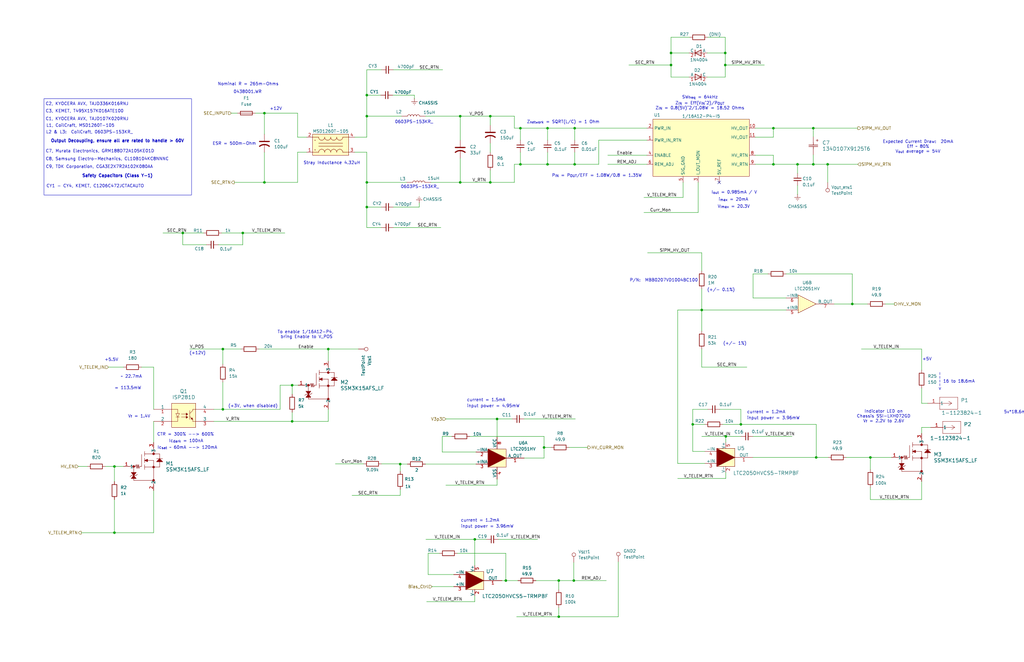
<source format=kicad_sch>
(kicad_sch (version 20250114) (generator "eeschema") (generator_version "9.0")
  (paper "B")
  (lib_symbols
    (symbol "Advanced_Energy:1-16A12-P4"
      (property "Reference" "U" (at 1.778 25.654 0))
      (property "Value" "1/16A12-P4-I5" (at 0 0 0))
      (symbol "1-16A12-P4_1_1"
        (pin input line (at -2.54 20.32 0) (length 2.54) (name "PWR_IN") (number "2"))
        (pin output line (at -2.54 15.24 0) (length 2.54) (name "PWR_IN_RTN") (number "1"))
        (pin input line (at -2.54 8.89 0) (length 2.54) (name "ENABLE") (number "4"))
        (pin input line (at -2.54 5.08 0) (length 2.54) (name "REM_ADJ") (number "6"))
        (pin power_in line (at 12.7 -2.54 90) (length 2.54) (name "SIG_GND") (number "5"))
        (pin output line (at 19.05 -2.54 90) (length 2.54) (name "I_OUT_MON") (number "3"))
        (pin power_out line (at 27.94 -2.54 90) (length 2.54) (name "5V_REF") (number "7"))
        (pin power_out line (at 43.18 20.32 180) (length 2.54) (name "HV_OUT") (number "10"))
        (pin power_out line (at 43.18 16.51 180) (length 2.54) (name "HV_OUT") (number "11"))
        (pin power_in line (at 43.18 8.89 180) (length 2.54) (name "HV_RTN") (number "8"))
        (pin power_in line (at 43.18 5.08 180) (length 2.54) (name "HV_RTN") (number "9"))
      )
    )
    (symbol "Analog_Dev:LTC2050HVCS5-TRMPBF" (pin_names (offset 0))
      (property "Reference" "U" (at 7.366 -2.54 0))
      (property "Value" "LTC2050HVCS5-TRMPBF" (at 20.32 -5.334 0))
      (symbol "LTC2050HVCS5-TRMPBF_1_1"
        (pin input line (at -5.08 6.35 0) (length 5.08) (name "-IN") (number "4"))
        (pin input line (at -5.08 1.27 0) (length 5.08) (name "+IN") (number "3"))
        (pin power_in line (at 3.81 10.16 270) (length 2.54) (name "V+") (number "5"))
        (pin power_in line (at 3.81 -2.54 90) (length 2.54) (name "V-") (number "2"))
        (pin output line (at 15.24 3.81 180) (length 7.62) (name "OUT") (number "1"))
      )
    )
    (symbol "Analog_Dev:LTC2051HVIMS8_PBF" (pin_names (offset 0))
      (property "Reference" "U" (at 7.112 -2.032 0))
      (property "Value" "LTC2051HVCS8#TRPBF" (at 13.97 10.16 0))
      (symbol "LTC2051HVIMS8_PBF_1_1"
        (pin input line (at -5.08 6.35 0) (length 5.08) (name "-INA") (number "2"))
        (pin input line (at -5.08 1.27 0) (length 5.08) (name "+INA") (number "3"))
        (pin power_in line (at 3.81 12.7 270) (length 5.08) (name "VCC") (number "8"))
        (pin power_in line (at 3.81 -5.08 90) (length 5.08) (name "VSS") (number "4"))
        (pin output line (at 15.24 3.81 180) (length 7.62) (name "A_OUT") (number "1"))
      )
      (symbol "LTC2051HVIMS8_PBF_2_1"
        (pin input line (at -5.08 6.35 0) (length 5.08) (name "-INB") (number "6"))
        (pin input line (at -5.08 1.27 0) (length 5.08) (name "+INB") (number "5"))
        (pin output line (at 15.24 3.81 180) (length 7.62) (name "B_OUT") (number "7"))
      )
    )
    (symbol "CoilCraft:MSD1260T-105" (pin_names (offset 0))
      (property "Reference" "L" (at 1.524 10.16 0))
      (symbol "MSD1260T-105_1_1"
        (text "." (at 1.016 6.858 0) (effects (font (size 1.27 1.27))))
        (text "." (at 1.016 2.794 0) (effects (font (size 1.27 1.27))))
        (pin input line (at -2.54 7.62 0) (length 2.54) (name "") (number "2"))
        (pin input line (at -2.54 1.27 0) (length 2.54) (name "") (number "1"))
        (pin input line (at 17.78 7.62 180) (length 2.54) (name "") (number "4"))
        (pin input line (at 17.78 1.27 180) (length 2.54) (name "") (number "3"))
      )
    )
    (symbol "Device:Fuse" (pin_numbers (hide yes)) (pin_names (offset 0))
      (property "Reference" "F" (at 2.032 0 90))
      (property "Value" "Fuse" (at -1.905 0 90))
      (symbol "Fuse_1_1"
        (pin passive line (at 0 3.81 270) (length 1.27) (name "~") (number "1"))
        (pin passive line (at 0 -3.81 90) (length 1.27) (name "~") (number "2"))
      )
    )
    (symbol "Device:R" (pin_numbers (hide yes)) (pin_names (offset 0))
      (property "Reference" "R" (at 2.032 0 90))
      (property "Value" "R" (at 0 0 90))
      (symbol "R_1_1"
        (pin passive line (at 0 3.81 270) (length 1.27) (name "~") (number "1"))
        (pin passive line (at 0 -3.81 90) (length 1.27) (name "~") (number "2"))
      )
    )
    (symbol "ISOCOM:ISP281D" (pin_names (offset 0))
      (property "Reference" "Q" (at 8.89 7.366 0))
      (property "Value" "ISP281D" (at 12.446 4.572 0))
      (symbol "ISP281D_0_1"
        (pin unspecified line (at 0 0 0) (length 7.62) (name "1") (number "1"))
        (pin unspecified line (at 0 -5.08 0) (length 7.62) (name "2") (number "2"))
        (pin unspecified line (at 25.4 0 180) (length 7.62) (name "4") (number "4"))
        (pin unspecified line (at 25.4 -5.08 180) (length 7.62) (name "3") (number "3"))
      )
    )
    (symbol "Passive_Parts:C" (pin_numbers (hide yes)) (pin_names (offset 0) (hide yes))
      (property "Reference" "C" (at 2.54 5.08 0))
      (symbol "C_1_1"
        (pin passive line (at 0 2.54 0) (length 2.032) (name "~") (number "1"))
        (pin passive line (at 5.08 2.54 180) (length 2.032) (name "~") (number "2"))
      )
    )
    (symbol "Passive_Parts:C_Tantalum" (pin_numbers (hide yes)) (pin_names (offset 0) (hide yes))
      (property "Reference" "C" (at 0 0 0))
      (symbol "C_Tantalum_1_1"
        (pin passive line (at 1.27 2.54 0) (length 2.794) (name "~") (number "1"))
        (pin passive line (at 8.89 2.54 180) (length 3.302) (name "~") (number "2"))
      )
    )
    (symbol "Passive_Parts:D" (pin_names (offset 0))
      (property "Reference" "D" (at 0 0 0))
      (symbol "D_1_1"
        (pin passive line (at 0.635 2.54 0) (length 2.54) (name "C") (number "2"))
        (pin passive line (at 8.255 2.54 180) (length 2.54) (name "A") (number "1"))
      )
    )
    (symbol "Passive_Parts:L" (pin_numbers (hide yes)) (pin_names (hide yes))
      (property "Reference" "L" (at 5.08 -1.27 0))
      (symbol "L_1_1"
        (pin passive line (at 0 0 0) (length 2.54) (name "1") (number "1"))
        (pin passive line (at 10.16 0 180) (length 2.54) (name "2") (number "2"))
      )
    )
    (symbol "Passive_Parts:R" (pin_numbers (hide yes)) (pin_names (offset 0) (hide yes))
      (property "Reference" "R" (at 2.54 5.08 0))
      (symbol "R_1_1"
        (pin passive line (at -1.27 2.54 0) (length 1.27) (name "~") (number "1"))
        (pin passive line (at 6.35 2.54 180) (length 1.27) (name "~") (number "2"))
      )
    )
    (symbol "Passive_Parts:TP" (pin_numbers (hide yes)) (pin_names (hide yes))
      (property "Reference" "TP" (at 2.286 3.302 0))
      (symbol "TP_1_1"
        (pin passive line (at 0 0 90) (length 2.54) (name "1") (number "1"))
      )
    )
    (symbol "TE_Connectivity:1-1123824-1" (pin_names (offset 0.254))
      (property "Reference" "P" (at 8.89 6.35 0))
      (property "Value" "1-1123824-1" (at 0 0 0))
      (symbol "1-1123824-1_0_1"
        (pin unspecified line (at 0 0 0) (length 5.08) (name "1") (number "1"))
      )
    )
    (symbol "Toshiba_Semiconductor:SSM3K15AFS_LF" (pin_names (offset 0.254))
      (property "Reference" "MOSFET" (at 0 0 0))
      (property "Value" "SSM3K15AFS_LF" (at 0 0 0))
      (symbol "SSM3K15AFS_LF_0_1"
        (pin unspecified line (at -2.54 -7.62 0) (length 2.54) (name "1") (number "1"))
        (pin unspecified line (at 10.16 2.54 270) (length 2.54) (name "3") (number "3"))
        (pin unspecified line (at 10.16 -17.78 90) (length 2.54) (name "2") (number "2"))
      )
    )
    (symbol "Vishay_Sprague:134D107X9125T6" (pin_numbers (hide yes)) (pin_names (offset 0.254) (hide yes))
      (property "Reference" "C" (at 3.81 3.81 0))
      (property "Value" "134D107X9125T6" (at 3.81 -3.81 0))
      (symbol "134D107X9125T6_1_1"
        (text "+" (at 1.524 1.524 0) (effects (font (size 1.27 1.27))))
        (pin unspecified line (at 0 0 0) (length 2.54) (name "") (number "1"))
        (pin unspecified line (at 7.62 0 180) (length 2.54) (name "") (number "2"))
      )
      (symbol "134D107X9125T6_1_2"
        (pin unspecified line (at 0 0 270) (length 2.54) (name "") (number "1"))
        (pin unspecified line (at 0 -7.62 90) (length 2.54) (name "") (number "2"))
      )
    )
    (symbol "power:Earth" (power) (pin_numbers (hide yes)) (pin_names (offset 0) (hide yes))
      (property "Value" "Earth" (at 0 -3.81 0))
      (symbol "Earth_1_1"
        (pin power_in line (at 0 0 270) (length 0) (name "~") (number "1"))
      )
    )
  )
  (rectangle (start 18.542 41.656) (end 80.772 82.296))
  (text "(+/- 0.1%)" (at 304.038 122.428 0) (effects (font (size 1.27 1.27))))
  (text "Safety Capacitors (Class Y-1)" (at 49.53 74.295 0) (effects (font (size 1.27 1.27) (thickness 0.254) (bold yes))))
  (text "ESR = 500m-Ohm" (at 98.806 60.706 0) (effects (font (size 1.27 1.27))))
  (text "+5.5V" (at 46.99 151.892 0) (effects (font (size 1.27 1.27))))
  (text "(+/- 1%)" (at 309.88 145.034 0) (effects (font (size 1.27 1.27))))
  (text "I_{out} = 0.985mA / V" (at 309.626 81.28 0) (effects (font (size 1.27 1.27))))
  (text "current = 1.2mA" (at 314.96 173.99 0) (effects (font (size 1.27 1.27)) (justify left)))
  (text "C7, Murata Electronics, GRM188D72A105KE01D" (at 42.164 63.881 0) (effects (font (size 1.27 1.27))))
  (text "current = 1.2mA" (at 194.31 219.71 0) (effects (font (size 1.27 1.27)) (justify left)))
  (text "input power = 3.96mW" (at 314.96 176.53 0) (effects (font (size 1.27 1.27)) (justify left)))
  (text "16 to 18.6mA" (at 404.368 161.036 0) (effects (font (size 1.27 1.27))))
  (text "Expected Current Draw:  20mA\nEff ~ 80%\nV_{out} average = 54V" (at 387.096 61.976 0) (effects (font (size 1.27 1.27))))
  (text "input power = 3.96mW" (at 194.31 222.25 0) (effects (font (size 1.27 1.27)) (justify left)))
  (text "current = 1.5mA" (at 196.85 168.91 0) (effects (font (size 1.27 1.27)) (justify left)))
  (text "C3, KEMET, T495X157K016ATE100" (at 35.687 46.99 0) (effects (font (size 1.27 1.27))))
  (text "Ic_{sat} ~ 60mA --> 120mA" (at 78.994 188.976 0) (effects (font (size 1.27 1.27))))
  (text "C8, Samsung Electro-Mechanics, CL10B104KC8NNNC" (at 45.212 67.183 0) (effects (font (size 1.27 1.27))))
  (text "(+12V)" (at 83.312 149.098 0) (effects (font (size 1.27 1.27))))
  (text "Z_{IN} = Eff(V_{IN}^2)/P_{OUT}\nZ_{IN} = 0.8(5V)^2/1.08W = 18.52 Ohms" (at 295.148 44.704 0) (effects (font (size 1.27 1.27))))
  (text "C1, KYOCERA AVX, TAJD107K020RNJ" (at 36.703 50.292 0) (effects (font (size 1.27 1.27))))
  (text "CTR = 300% --> 600%" (at 78.232 183.388 0) (effects (font (size 1.27 1.27))))
  (text "V_{I_{max}} = 20.3V" (at 309.4082 87.2574 0) (effects (font (size 1.27 1.27))))
  (text "P_{IN} = P_{OUT}/EFF = 1.08W/0.8 = 1.35W" (at 251.714 74.168 0) (effects (font (size 1.27 1.27))))
  (text "input power = 4.95mW" (at 196.85 171.45 0) (effects (font (size 1.27 1.27)) (justify left)))
  (text "To enable 1/16A12-P4, \nbring Enable to V_POS" (at 129.286 141.224 0) (effects (font (size 1.27 1.27))))
  (text "0438001.WR" (at 104.394 38.862 0) (effects (font (size 1.27 1.27))))
  (text "Ic_{dark} = 100nA" (at 78.486 186.182 0) (effects (font (size 1.27 1.27))))
  (text "i_{max} = 20mA" (at 309.2714 84.295 0) (effects (font (size 1.27 1.27))))
  (text "L2 & L3:  CoilCraft, 0603PS-153KR_" (at 37.719 55.88 0) (effects (font (size 1.27 1.27))))
  (text "Nominal R = 265m-Ohms" (at 104.648 35.56 0) (effects (font (size 1.27 1.27))))
  (text "Indicator LED on\nChassis SSI-LXH072GD\nV_{f} = 2.2V to 2.6V" (at 372.618 175.768 0) (effects (font (size 1.27 1.27))))
  (text "0603PS-153KR_" (at 177.0474 78.9282 0) (effects (font (size 1.27 1.27))))
  (text "~ 22.7mA" (at 55.372 159.004 0) (effects (font (size 1.27 1.27))))
  (text "= 113.5mW" (at 48.26 163.83 0) (effects (font (size 1.27 1.27)) (justify left)))
  (text "SW_{freq} = 64kHz" (at 295.148 41.148 0) (effects (font (size 1.27 1.27))))
  (text "V_{f} = 1.4V" (at 58.674 175.768 0) (effects (font (size 1.27 1.27))))
  (text "P/N:  MBB0207VD1004BC100" (at 279.908 118.364 0) (effects (font (size 1.27 1.27))))
  (text "L1, CoilCraft, MSD1260T-105" (at 33.909 53.086 0) (effects (font (size 1.27 1.27))))
  (text "C2, KYOCERA AVX, TAJD336K016RNJ" (at 36.703 43.942 0) (effects (font (size 1.27 1.27))))
  (text "(+3V, when disabled)" (at 106.68 171.45 0) (effects (font (size 1.27 1.27))))
  (text "Z_{network} = SQRT(L/C) = 1 Ohm" (at 237.49 51.562 0) (effects (font (size 1.27 1.27))))
  (text "5v*18.6mA = 0.93W" (at 433.07 173.99 0) (effects (font (size 1.27 1.27))))
  (text "Output Decoupling, ensure all are rated to handle > 60V" (at 49.53 59.563 0) (effects (font (size 1.27 1.27) (thickness 0.254) (bold yes))))
  (text "Stray Inductance 4.32uH" (at 139.954 68.834 0) (effects (font (size 1.27 1.27))))
  (text "+12V" (at 116.332 45.974 0) (effects (font (size 1.27 1.27))))
  (text "0603PS-153KR_" (at 174.5798 51.5555 0) (effects (font (size 1.27 1.27))))
  (text "+5V" (at 390.906 151.638 0) (effects (font (size 1.27 1.27))))
  (text "<----" (at 396.24 161.036 90) (effects (font (size 1.27 1.27))))
  (text "CY1 - CY4, KEMET, C1206C472JCTACAUTO" (at 40.132 78.613 0) (effects (font (size 1.27 1.27))))
  (text "C9, TDK Corporation, CGA3E2X7R2A102K080AA" (at 41.91 70.485 0) (effects (font (size 1.27 1.27))))
  (junction (at 93.98 172.72))
  (junction (at 326.136 69.342))
  (junction (at 93.98 147.32))
  (junction (at 292.1 179.07))
  (junction (at 111.506 47.752))
  (junction (at 282.956 27.432))
  (junction (at 282.956 22.352))
  (junction (at 138.43 147.32))
  (junction (at 305.816 27.432))
  (junction (at 342.9658 69.342))
  (junction (at 348.996 69.342))
  (junction (at 242.316 69.342))
  (junction (at 344.17 193.04))
  (junction (at 305.816 22.352))
  (junction (at 111.506 76.962))
  (junction (at 77.0818 98.298))
  (junction (at 194.056 49.022))
  (junction (at 154.686 49.022))
  (junction (at 206.756 76.962))
  (junction (at 123.19 162.56))
  (junction (at 154.686 87.376))
  (junction (at 235.6241 260.2377))
  (junction (at 367.03 193.04))
  (junction (at 168.7619 195.8565))
  (junction (at 336.296 69.342))
  (junction (at 359.41 128.27))
  (junction (at 295.91 130.81))
  (junction (at 326.136 54.102))
  (junction (at 230.886 54.102))
  (junction (at 213.3128 244.9977))
  (junction (at 123.19 177.8))
  (junction (at 219.456 54.102))
  (junction (at 306.07 184.15))
  (junction (at 206.756 49.022))
  (junction (at 235.6241 244.9977))
  (junction (at 102.3793 98.298))
  (junction (at 312.42 179.07))
  (junction (at 230.886 69.342))
  (junction (at 154.686 76.962))
  (junction (at 194.056 76.962))
  (junction (at 200.2153 227.596))
  (junction (at 229.409 188.8361))
  (junction (at 242.316 54.102))
  (junction (at 48.26 224.79))
  (junction (at 209.5979 176.8065))
  (junction (at 219.456 69.342))
  (junction (at 241.9741 244.9977))
  (junction (at 342.9658 54.102))
  (junction (at 48.26 196.85))
  (junction (at 154.686 40.132))
  (no_connect (at 303.276 76.962))
  (wire (pts (xy 111.506 64.262) (xy 111.506 76.962)))
  (wire (pts (xy 359.41 128.27) (xy 365.76 128.27)))
  (wire (pts (xy 256.286 65.532) (xy 272.796 65.532)))
  (wire (pts (xy 123.19 162.56) (xy 123.19 166.37)))
  (wire (pts (xy 125.476 57.912) (xy 129.286 57.912)))
  (wire (pts (xy 206.756 60.452) (xy 206.756 64.262)))
  (wire (pts (xy 154.686 40.132) (xy 154.686 29.464)))
  (wire (pts (xy 241.9741 244.9977) (xy 255.6829 244.9977)))
  (wire (pts (xy 367.03 193.04) (xy 375.92 193.04)))
  (wire (pts (xy 285.75 201.93) (xy 306.07 201.93)))
  (wire (pts (xy 109.22 147.32) (xy 138.43 147.32)))
  (wire (pts (xy 149.606 64.262) (xy 154.686 64.262)))
  (wire (pts (xy 230.886 54.102) (xy 230.886 59.182)))
  (wire (pts (xy 336.296 69.342) (xy 342.9658 69.342)))
  (wire (pts (xy 168.7494 195.8565) (xy 168.7494 198.9045)))
  (wire (pts (xy 125.476 64.262) (xy 125.476 76.962)))
  (wire (pts (xy 235.6241 244.9977) (xy 235.6241 248.8077)))
  (wire (pts (xy 33.02 196.85) (xy 36.83 196.85)))
  (wire (pts (xy 93.472 98.298) (xy 102.3793 98.298)))
  (wire (pts (xy 306.07 184.15) (xy 312.42 184.15)))
  (wire (pts (xy 200.2153 238.6477) (xy 200.2153 227.596)))
  (wire (pts (xy 305.816 27.432) (xy 322.326 27.432)))
  (wire (pts (xy 282.956 32.512) (xy 282.956 27.432)))
  (wire (pts (xy 125.476 64.262) (xy 129.286 64.262)))
  (wire (pts (xy 344.17 193.04) (xy 349.25 193.04)))
  (wire (pts (xy 326.136 57.912) (xy 326.136 54.102)))
  (wire (pts (xy 209.5979 176.8065) (xy 215.9479 176.8065)))
  (wire (pts (xy 256.286 69.342) (xy 272.796 69.342)))
  (wire (pts (xy 295.91 154.94) (xy 314.96 154.94)))
  (wire (pts (xy 297.18 190.5) (xy 292.1 190.5)))
  (wire (pts (xy 206.756 71.882) (xy 206.756 76.962)))
  (wire (pts (xy 305.816 27.432) (xy 305.816 32.512)))
  (wire (pts (xy 326.136 54.102) (xy 342.9658 54.102)))
  (wire (pts (xy 102.3793 103.2916) (xy 102.3793 98.298)))
  (wire (pts (xy 64.77 177.8) (xy 64.77 186.69)))
  (wire (pts (xy 200.2153 227.596) (xy 205.1145 227.596)))
  (wire (pts (xy 165.862 29.464) (xy 186.69 29.464)))
  (wire (pts (xy 295.91 130.81) (xy 331.47 130.81)))
  (wire (pts (xy 242.316 54.102) (xy 272.796 54.102)))
  (wire (pts (xy 363.22 147.32) (xy 388.62 147.32)))
  (wire (pts (xy 190.5237 184.1537) (xy 186.4891 184.1537)))
  (wire (pts (xy 169.3023 49.022) (xy 154.686 49.022)))
  (wire (pts (xy 336.296 69.342) (xy 336.296 73.152)))
  (wire (pts (xy 200.2153 251.3477) (xy 200.2153 253.8877)))
  (wire (pts (xy 342.9658 54.102) (xy 361.696 54.102)))
  (wire (pts (xy 154.686 64.262) (xy 154.686 76.962)))
  (wire (pts (xy 123.19 162.56) (xy 118.11 162.56)))
  (wire (pts (xy 388.62 170.18) (xy 388.62 163.83)))
  (wire (pts (xy 312.42 172.72) (xy 312.42 179.07)))
  (wire (pts (xy 200.7079 195.8565) (xy 179.4174 195.8565)))
  (wire (pts (xy 48.26 210.82) (xy 48.26 224.79)))
  (wire (pts (xy 123.19 177.8) (xy 138.43 177.8)))
  (wire (pts (xy 242.316 54.102) (xy 242.316 59.182)))
  (wire (pts (xy 295.91 121.92) (xy 295.91 130.81)))
  (wire (pts (xy 318.516 69.342) (xy 326.136 69.342)))
  (wire (pts (xy 373.38 128.27) (xy 377.19 128.27)))
  (wire (pts (xy 305.816 22.352) (xy 305.816 27.432)))
  (wire (pts (xy 206.756 52.832) (xy 206.756 49.022)))
  (wire (pts (xy 221.0279 176.8065) (xy 242.6179 176.8065)))
  (wire (pts (xy 305.816 15.748) (xy 305.816 22.352)))
  (wire (pts (xy 242.316 64.262) (xy 242.316 69.342)))
  (wire (pts (xy 229.409 184.1537) (xy 198.1437 184.1537)))
  (wire (pts (xy 154.686 96.012) (xy 154.686 87.376)))
  (wire (pts (xy 64.77 154.94) (xy 64.77 172.72)))
  (wire (pts (xy 213.3128 244.9977) (xy 218.3928 244.9977)))
  (wire (pts (xy 187.9998 176.8065) (xy 209.5979 176.8065)))
  (wire (pts (xy 242.316 69.342) (xy 252.476 69.342)))
  (wire (pts (xy 260.7345 237.0922) (xy 260.7345 260.2377)))
  (wire (pts (xy 298.45 172.72) (xy 292.1 172.72)))
  (wire (pts (xy 306.07 199.39) (xy 306.07 201.93)))
  (wire (pts (xy 165.862 96.012) (xy 185.928 96.012)))
  (wire (pts (xy 317.5465 115.57) (xy 323.85 115.57)))
  (wire (pts (xy 80.01 147.32) (xy 93.98 147.32)))
  (wire (pts (xy 226.0128 244.9977) (xy 235.6241 244.9977)))
  (wire (pts (xy 86.9992 103.2916) (xy 77.0818 103.2916)))
  (wire (pts (xy 229.409 188.8361) (xy 229.409 193.3165)))
  (wire (pts (xy 194.056 76.962) (xy 206.756 76.962)))
  (wire (pts (xy 298.45 15.748) (xy 305.816 15.748)))
  (wire (pts (xy 168.7494 206.5245) (xy 168.7494 209.0645)))
  (wire (pts (xy 230.886 54.102) (xy 242.316 54.102)))
  (wire (pts (xy 294.386 76.962) (xy 294.386 89.662)))
  (wire (pts (xy 64.77 207.01) (xy 64.77 224.79)))
  (wire (pts (xy 138.43 172.72) (xy 138.43 177.8)))
  (wire (pts (xy 93.98 147.32) (xy 101.6 147.32)))
  (wire (pts (xy 48.26 196.85) (xy 48.26 203.2)))
  (wire (pts (xy 219.456 54.102) (xy 230.886 54.102)))
  (wire (pts (xy 194.056 76.962) (xy 181.6748 76.962)))
  (wire (pts (xy 213.3128 233.4737) (xy 213.3128 244.9977)))
  (wire (pts (xy 125.73 162.56) (xy 123.19 162.56)))
  (wire (pts (xy 209.5979 184.4265) (xy 209.5979 176.8065)))
  (wire (pts (xy 194.056 49.022) (xy 194.056 59.182)))
  (wire (pts (xy 111.506 47.752) (xy 111.506 56.642)))
  (wire (pts (xy 118.11 162.56) (xy 118.11 172.72)))
  (wire (pts (xy 168.7619 195.8565) (xy 171.7974 195.8565)))
  (wire (pts (xy 235.6241 244.9977) (xy 241.9741 244.9977)))
  (wire (pts (xy 265.176 27.432) (xy 282.956 27.432)))
  (wire (pts (xy 306.07 186.69) (xy 306.07 184.15)))
  (wire (pts (xy 359.41 115.57) (xy 359.41 128.27)))
  (wire (pts (xy 342.9658 65.3325) (xy 342.9658 69.342)))
  (wire (pts (xy 138.43 147.32) (xy 138.43 152.4)))
  (wire (pts (xy 326.136 65.532) (xy 326.136 69.342)))
  (wire (pts (xy 93.98 172.72) (xy 118.11 172.72)))
  (wire (pts (xy 180.5207 242.4577) (xy 180.5207 233.4737)))
  (wire (pts (xy 213.3128 244.9977) (xy 211.6453 244.9977)))
  (wire (pts (xy 295.91 184.15) (xy 306.07 184.15)))
  (wire (pts (xy 219.456 64.262) (xy 219.456 69.342)))
  (wire (pts (xy 154.686 76.962) (xy 154.686 87.376)))
  (wire (pts (xy 200.2153 227.596) (xy 179.5879 227.596)))
  (wire (pts (xy 317.5 184.15) (xy 334.01 184.15)))
  (wire (pts (xy 318.516 54.102) (xy 326.136 54.102)))
  (wire (pts (xy 77.0818 103.2916) (xy 77.0818 98.298)))
  (wire (pts (xy 298.196 32.512) (xy 305.816 32.512)))
  (wire (pts (xy 219.456 54.102) (xy 219.456 59.182)))
  (wire (pts (xy 168.7494 195.8565) (xy 168.7619 195.8565)))
  (wire (pts (xy 192.9066 233.4737) (xy 213.3128 233.4737)))
  (wire (pts (xy 179.8953 253.8877) (xy 200.2153 253.8877)))
  (wire (pts (xy 317.5465 125.73) (xy 317.5465 115.57)))
  (wire (pts (xy 252.476 59.182) (xy 272.796 59.182)))
  (wire (pts (xy 77.0818 98.298) (xy 85.852 98.298)))
  (wire (pts (xy 292.1 190.5) (xy 292.1 179.07)))
  (wire (pts (xy 111.506 47.752) (xy 125.476 47.752)))
  (wire (pts (xy 98.806 76.962) (xy 111.506 76.962)))
  (wire (pts (xy 348.996 69.342) (xy 361.696 69.342)))
  (wire (pts (xy 392.43 180.34) (xy 388.62 180.34)))
  (wire (pts (xy 326.136 69.342) (xy 336.296 69.342)))
  (wire (pts (xy 194.056 49.022) (xy 179.4623 49.022)))
  (wire (pts (xy 217.8441 260.2377) (xy 235.6241 260.2377)))
  (wire (pts (xy 191.3253 247.5377) (xy 182.1803 247.5377)))
  (wire (pts (xy 154.686 87.376) (xy 160.782 87.376)))
  (wire (pts (xy 235.6241 260.2377) (xy 235.6241 256.4277)))
  (wire (pts (xy 331.47 125.73) (xy 317.5465 125.73)))
  (wire (pts (xy 317.5 193.04) (xy 344.17 193.04)))
  (wire (pts (xy 171.5148 76.962) (xy 154.686 76.962)))
  (wire (pts (xy 45.72 154.94) (xy 52.07 154.94)))
  (wire (pts (xy 285.75 130.81) (xy 285.75 195.58)))
  (wire (pts (xy 342.9658 69.342) (xy 348.996 69.342)))
  (wire (pts (xy 216.916 76.962) (xy 216.916 69.342)))
  (wire (pts (xy 102.3793 98.298) (xy 120.142 98.298)))
  (wire (pts (xy 92.0792 103.2916) (xy 102.3793 103.2916)))
  (wire (pts (xy 68.707 98.298) (xy 77.0818 98.298)))
  (wire (pts (xy 219.456 69.342) (xy 230.886 69.342)))
  (wire (pts (xy 182.1803 247.5377) (xy 182.1803 247.5632)))
  (wire (pts (xy 186.4891 184.1537) (xy 186.4891 190.7765)))
  (wire (pts (xy 388.62 180.34) (xy 388.62 182.88)))
  (wire (pts (xy 295.91 130.81) (xy 285.75 130.81)))
  (wire (pts (xy 125.476 47.752) (xy 125.476 57.912)))
  (wire (pts (xy 216.916 54.102) (xy 219.456 54.102)))
  (wire (pts (xy 388.62 156.21) (xy 388.62 147.32)))
  (wire (pts (xy 111.506 76.962) (xy 125.476 76.962)))
  (wire (pts (xy 288.036 76.962) (xy 288.036 83.312)))
  (wire (pts (xy 290.83 15.748) (xy 282.956 15.748)))
  (wire (pts (xy 154.686 49.022) (xy 154.686 57.912)))
  (wire (pts (xy 388.62 203.2) (xy 388.62 210.82)))
  (wire (pts (xy 230.886 69.342) (xy 242.316 69.342)))
  (wire (pts (xy 90.17 177.8) (xy 123.19 177.8)))
  (wire (pts (xy 359.41 128.27) (xy 351.79 128.27)))
  (wire (pts (xy 186.4891 190.7765) (xy 200.7079 190.7765)))
  (wire (pts (xy 153.274 195.7247) (xy 141.4671 195.7247)))
  (wire (pts (xy 188.0079 204.7465) (xy 209.5979 204.7465)))
  (wire (pts (xy 356.87 193.04) (xy 367.03 193.04)))
  (wire (pts (xy 221.0279 193.3165) (xy 229.409 193.3165)))
  (wire (pts (xy 138.43 147.32) (xy 151.13 147.32)))
  (wire (pts (xy 44.45 196.85) (xy 48.26 196.85)))
  (wire (pts (xy 93.98 172.72) (xy 90.17 172.72)))
  (wire (pts (xy 239.9853 188.8361) (xy 247.8136 188.8361)))
  (wire (pts (xy 48.26 224.79) (xy 64.77 224.79)))
  (wire (pts (xy 176.784 85.598) (xy 176.784 87.376)))
  (wire (pts (xy 165.862 87.376) (xy 176.784 87.376)))
  (wire (pts (xy 93.98 147.32) (xy 93.98 153.67)))
  (wire (pts (xy 367.03 193.04) (xy 367.03 198.12)))
  (wire (pts (xy 344.17 179.07) (xy 312.42 179.07)))
  (wire (pts (xy 194.056 66.802) (xy 194.056 76.962)))
  (wire (pts (xy 295.91 147.32) (xy 295.91 154.94)))
  (wire (pts (xy 230.886 64.262) (xy 230.886 69.342)))
  (wire (pts (xy 344.17 179.07) (xy 344.17 193.04)))
  (wire (pts (xy 367.03 205.74) (xy 367.03 210.82)))
  (wire (pts (xy 48.26 196.85) (xy 52.07 196.85)))
  (wire (pts (xy 194.056 49.022) (xy 206.756 49.022)))
  (wire (pts (xy 331.47 115.57) (xy 359.41 115.57)))
  (wire (pts (xy 282.956 32.512) (xy 290.576 32.512)))
  (wire (pts (xy 154.686 29.464) (xy 160.782 29.464)))
  (wire (pts (xy 180.5207 233.4737) (xy 185.2866 233.4737)))
  (wire (pts (xy 241.9741 237.3777) (xy 241.9741 244.9977)))
  (wire (pts (xy 295.91 130.81) (xy 295.91 139.7)))
  (wire (pts (xy 295.91 114.3) (xy 295.91 106.68)))
  (wire (pts (xy 149.606 57.912) (xy 154.686 57.912)))
  (wire (pts (xy 312.42 179.07) (xy 304.8 179.07)))
  (wire (pts (xy 232.3653 188.8361) (xy 229.409 188.8361)))
  (wire (pts (xy 154.686 40.132) (xy 154.686 49.022)))
  (wire (pts (xy 165.608 40.132) (xy 174.752 40.132)))
  (wire (pts (xy 174.752 40.132) (xy 174.752 41.656)))
  (wire (pts (xy 209.5979 202.2065) (xy 209.5979 204.7465)))
  (wire (pts (xy 292.1 172.72) (xy 292.1 179.07)))
  (wire (pts (xy 160.528 40.132) (xy 154.686 40.132)))
  (wire (pts (xy 252.476 59.182) (xy 252.476 69.342)))
  (wire (pts (xy 123.19 173.99) (xy 123.19 177.8)))
  (wire (pts (xy 318.516 65.532) (xy 326.136 65.532)))
  (wire (pts (xy 273.05 106.68) (xy 295.91 106.68)))
  (wire (pts (xy 160.894 195.7247) (xy 168.7619 195.7247)))
  (wire (pts (xy 282.956 22.352) (xy 290.576 22.352)))
  (wire (pts (xy 206.756 76.962) (xy 216.916 76.962)))
  (wire (pts (xy 297.18 179.07) (xy 292.1 179.07)))
  (wire (pts (xy 285.75 195.58) (xy 297.18 195.58)))
  (wire (pts (xy 160.782 96.012) (xy 154.686 96.012)))
  (wire (pts (xy 216.916 69.342) (xy 219.456 69.342)))
  (wire (pts (xy 294.386 89.662) (xy 271.526 89.662)))
  (wire (pts (xy 342.9658 57.7125) (xy 342.9658 54.102)))
  (wire (pts (xy 282.956 15.748) (xy 282.956 22.352)))
  (wire (pts (xy 260.7345 260.2377) (xy 235.6241 260.2377)))
  (wire (pts (xy 216.916 49.022) (xy 216.916 54.102)))
  (wire (pts (xy 97.536 47.752) (xy 100.076 47.752)))
  (wire (pts (xy 59.69 154.94) (xy 64.77 154.94)))
  (wire (pts (xy 271.526 83.312) (xy 288.036 83.312)))
  (wire (pts (xy 298.196 22.352) (xy 305.816 22.352)))
  (wire (pts (xy 148.4294 209.0645) (xy 168.7494 209.0645)))
  (wire (pts (xy 107.696 47.752) (xy 111.506 47.752)))
  (wire (pts (xy 282.956 27.432) (xy 282.956 22.352)))
  (wire (pts (xy 391.16 170.18) (xy 388.62 170.18)))
  (wire (pts (xy 141.4671 195.7247) (xy 141.4671 195.7282)))
  (wire (pts (xy 210.1945 227.596) (xy 226.7045 227.596)))
  (wire (pts (xy 34.29 224.79) (xy 48.26 224.79)))
  (wire (pts (xy 168.7619 195.7247) (xy 168.7619 195.8565)))
  (wire (pts (xy 348.996 69.342) (xy 348.996 76.962)))
  (wire (pts (xy 367.03 210.82) (xy 388.62 210.82)))
  (wire (pts (xy 303.53 172.72) (xy 312.42 172.72)))
  (wire (pts (xy 191.3253 242.4577) (xy 180.5207 242.4577)))
  (wire (pts (xy 336.296 78.232) (xy 336.296 82.042)))
  (wire (pts (xy 93.98 161.29) (xy 93.98 172.72)))
  (wire (pts (xy 206.756 49.022) (xy 216.916 49.022)))
  (wire (pts (xy 229.409 184.1537) (xy 229.409 188.8361)))
  (wire (pts (xy 318.516 57.912) (xy 326.136 57.912)))
  (label "V_TELEM_RTN" (at 228.6479 176.8065 0))
  (label "V_POS" (at 197.866 49.022 0))
  (label "Enable" (at 260.096 65.532 0))
  (label "REM_ADJ" (at 245.1168 244.9977 0))
  (label "SEC_RTN" (at 176.784 29.464 0))
  (label "V_TELEM_IN" (at 297.18 184.15 0))
  (label "V_TELEM_RTN" (at 106.172 98.298 0))
  (label "V_TELEM_RTN" (at 370.84 210.82 0))
  (label "V_RTN" (at 95.25 177.8 0))
  (label "V_POS" (at 80.01 147.32 0))
  (label "V_TELEM_RTN" (at 191.8179 204.7465 0))
  (label "V_TELEM_IN" (at 368.3 147.32 0))
  (label "SiPM_HV_RTN" (at 308.356 27.432 0))
  (label "Curr_Mon" (at 143.8732 195.7247 0))
  (label "V_TELEM_IN" (at 183.1803 227.596 0))
  (label "Curr_Mon" (at 274.066 89.662 0))
  (label "V_TELEM_RTN" (at 272.796 83.312 0))
  (label "SEC_RTN" (at 150.9694 209.0645 0))
  (label "V_RTN" (at 199.136 76.962 0))
  (label "V_TELEM_RTN" (at 220.3841 260.2377 0))
  (label "SEC_RTN" (at 267.716 27.432 0))
  (label "SiPM_HV_OUT" (at 278.13 106.68 0))
  (label "SEC_RTN" (at 70.358 98.298 0))
  (label "SEC_RTN" (at 302.26 154.94 0))
  (label "Enable" (at 125.73 147.32 0))
  (label "V_TELEM_RTN" (at 288.29 201.93 0))
  (label "V_TELEM_RTN" (at 182.4353 253.8877 0))
  (label "REM_ADJ" (at 260.096 69.342 0))
  (label "V_TELEM_RTN" (at 322.58 184.15 0))
  (label "V_TELEM_RTN" (at 215.2745 227.596 0))
  (label "SEC_RTN" (at 176.022 96.012 0))
  (hierarchical_label "Bias_Ctrl" (shape input) (at 182.1803 247.5632 180))
  (hierarchical_label "V3p3" (shape input) (at 187.9998 176.8065 180))
  (hierarchical_label "HV_EN" (shape input) (at 33.02 196.85 180))
  (hierarchical_label "SiPM_HV_RTN" (shape input) (at 361.696 69.342 0))
  (hierarchical_label "HV_CURR_MON" (shape output) (at 247.8136 188.8361 0))
  (hierarchical_label "V_TELEM_RTN" (shape output) (at 34.29 224.79 180))
  (hierarchical_label "SEC_RTN" (shape output) (at 98.806 76.962 180))
  (hierarchical_label "SEC_INPUT" (shape input) (at 97.536 47.752 180))
  (hierarchical_label "V_TELEM_IN" (shape input) (at 45.72 154.94 180))
  (hierarchical_label "HV_V_MON" (shape output) (at 377.19 128.27 0))
  (hierarchical_label "SiPM_HV_OUT" (shape output) (at 361.696 54.102 0))
  (symbol (lib_id "Passive_Parts:R") (at 238.1641 255.1577 90) (unit 1)
    (property "Reference" "R10" (at 238.3101 251.5685 90) (effects (justify right)))
    (property "Value" "100k" (at 238.1052 254.0284 90) (effects (justify right)))
    (property "Footprint" "Resistor_SMD:R_0603_1608Metric" (effects (hide yes)))
    (property "Datasheet" "https://www.vishay.com/docs/28758/tnpw_e3.pdf" (effects (hide yes)))
    (property "Description" "100 kOhms ±0.1% 0.21W Chip Resistor 0603 (1608 Metric) Anti-Sulfur, Automotive AEC-Q200, Moisture Resistant Thin Film" (effects (hide yes)))
    (property "Manufacturer" "Vishay Dale" (effects (hide yes)))
    (property "Man. Part Num" "TNPW0603100KBEEA" (effects (hide yes)))
    (property "Distributor" "Digi-Key" (effects (hide yes)))
    (property "Dist. Part Num" "TNP100KAACT-ND" (effects (hide yes)))
    (property "Part Type" "SMD" (effects (hide yes)))
    (property "Package" "0603 (1608 Metric)" (effects (hide yes)))
    (property "Vendor" "Digikey" (effects (hide yes)))
    (property "VendorPN" "TNP100KAACT-ND" (effects (hide yes)))
    (property "VendorURL" "https://www.digikey.com/en/products/detail/vishay-dale/TNPW0603100KBEEA/1606995?s=N4IgTCBcDaICoDkAKB1ADANjQZgIxrQGkAhAUVIEEQBdAXyA" (effects (hide yes)))
  )
  (symbol (lib_id "Passive_Parts:R") (at 367.03 130.81 0) (unit 1)
    (property "Reference" "R19" (at 369.57 121.92 0))
    (property "Value" "49.9" (at 369.57 124.46 0))
    (property "Footprint" "Resistor_SMD:R_0603_1608Metric" (effects (hide yes)))
    (property "Datasheet" "https://www.vishay.com/docs/28758/tnpw_e3.pdf" (effects (hide yes)))
    (property "Description" "49.9 Ohms ±0.1% 0.21W Chip Resistor 0603 (1608 Metric) Anti-Sulfur, Automotive AEC-Q200, Moisture Resistant Thin Film" (effects (hide yes)))
    (property "Manufacturer" "Vishay Dale" (effects (hide yes)))
    (property "Man. Part Num" "TNPW060349R9BEEA" (effects (hide yes)))
    (property "Distributor" "Digi-Key" (effects (hide yes)))
    (property "Dist. Part Num" "541-2031-1-ND" (effects (hide yes)))
    (property "Part Type" "SMD" (effects (hide yes)))
    (property "Package" "0603 (1608 Metric)" (effects (hide yes)))
    (property "Vendor" "Digikey" (effects (hide yes)))
    (property "VendorPN" "541-2031-1-ND" (effects (hide yes)))
    (property "VendorURL" "https://www.digikey.com/en/products/detail/vishay-dale/TNPW060349R9BEEA/1606618?s=N4IgTCBcDaICoDkAKB1ADANjQZgCwE4AlfAIQFEyBBEAXQF8g" (effects (hide yes)))
  )
  (symbol (lib_id "Device:Fuse") (at 103.886 47.752 90) (unit 1)
    (property "Reference" "F1" (at 103.886 41.402 90))
    (property "Value" "Fuse" (at 103.886 43.942 90))
    (property "Footprint" "Resistor_SMD:R_0603_1608Metric" (effects (hide yes)))
    (property "Description" "Fuse" (effects (hide yes)))
    (property "Manufacturer" "Littelfuse Inc." (effects (hide yes)))
    (property "Man. Part Num" "0438001.WR" (effects (hide yes)))
    (property "Distributor" "Digi-Key" (effects (hide yes)))
    (property "Dist. Part Num" "F2947CT-ND" (effects (hide yes)))
    (property "Package" "0603 (1608 Metric)" (effects (hide yes)))
    (property "Part Type" "SMD" (effects (hide yes)))
    (property "Notes" "-" (effects (hide yes)))
    (property "Vendor" "Digikey" (effects (hide yes)))
    (property "VendorPN" "F2947CT-ND" (effects (hide yes)))
    (property "VendorURL" "https://www.digikey.com/en/products/detail/littelfuse-inc/0438001-WR/1964604" (effects (hide yes)))
  )
  (symbol (lib_id "Passive_Parts:C") (at 333.756 73.152 270) (unit 1)
    (property "Reference" "C10" (at 338.4108 75.3579 90) (effects (justify left)))
    (property "Value" "0.1uF" (at 338.3804 77.9393 90) (effects (justify left)))
    (property "Footprint" "Capacitor_SMD:C_0603_1608Metric" (effects (hide yes)))
    (property "Datasheet" "https://content.kemet.com/datasheets/KEM_C1002_X7R_SMD.pdf" (effects (hide yes)))
    (property "Description" "Unpolarized capacitor, small symbol" (effects (hide yes)))
    (property "Manufacturer" "KEMET" (effects (hide yes)))
    (property "Man. Part Num" "C0603C104K5RAC7411" (effects (hide yes)))
    (property "Distributor" "Digi-Key" (effects (hide yes)))
    (property "Dist. Part Num" "399-C0603C104K5RAC7411CT-ND" (effects (hide yes)))
    (property "Package" "0603 (1608 Metric)" (effects (hide yes)))
    (property "Part Type" "SMD" (effects (hide yes)))
    (property "Notes" "-" (effects (hide yes)))
    (property "Vendor" "Digikey" (effects (hide yes)))
    (property "VendorPN" "399-C0603C104K5RAC7411CT-ND" (effects (hide yes)))
    (property "VendorURL" "https://www.digikey.com/en/products/detail/kemet/C0603C104K5RAC7411/3317013" (effects (hide yes)))
  )
  (symbol (lib_id "Passive_Parts:R") (at 219.6628 247.5377 0) (unit 1)
    (property "Reference" "R15" (at 222.2028 239.6182 0))
    (property "Value" "49.9" (at 222.2028 242.1582 0))
    (property "Footprint" "Resistor_SMD:R_0603_1608Metric" (effects (hide yes)))
    (property "Datasheet" "https://www.vishay.com/docs/28758/tnpw_e3.pdf" (effects (hide yes)))
    (property "Description" "49.9 Ohms ±0.1% 0.21W Chip Resistor 0603 (1608 Metric) Anti-Sulfur, Automotive AEC-Q200, Moisture Resistant Thin Film" (effects (hide yes)))
    (property "Manufacturer" "Vishay Dale" (effects (hide yes)))
    (property "Man. Part Num" "TNPW060349R9BEEA" (effects (hide yes)))
    (property "Distributor" "Digi-Key" (effects (hide yes)))
    (property "Dist. Part Num" "541-2031-1-ND" (effects (hide yes)))
    (property "Part Type" "SMD" (effects (hide yes)))
    (property "Package" "0603 (1608 Metric)" (effects (hide yes)))
    (property "Vendor" "Digikey" (effects (hide yes)))
    (property "VendorPN" "541-2031-1-ND" (effects (hide yes)))
    (property "VendorURL" "https://www.digikey.com/en/products/detail/vishay-dale/TNPW060349R9BEEA/1606618?s=N4IgTCBcDaICoDkAKB1ADANjQZgCwE4AlfAIQFEyBBEAXQF8g" (effects (hide yes)))
  )
  (symbol (lib_id "Passive_Parts:R") (at 45.72 204.47 270) (unit 1)
    (property "Reference" "R2" (at 50.8 205.7399 90) (effects (justify left)))
    (property "Value" "1k" (at 50.8 208.2799 90) (effects (justify left)))
    (property "Footprint" "Resistor_SMD:R_0603_1608Metric" (effects (hide yes)))
    (property "Datasheet" "https://www.yageo.com/upload/media/product/app/datasheet/rchip/pyu-rt_1-to-0.01_rohs_l.pdf" (effects (hide yes)))
    (property "Description" "1 kOhms ±0.1% 0.1W, 1/10W Chip Resistor 0603 (1608 Metric) Thin Film" (effects (hide yes)))
    (property "Manufacturer" "YAGEO" (effects (hide yes)))
    (property "Man. Part Num" "RT0603BRD071KL" (effects (hide yes)))
    (property "Distributor" "Digi-Key" (effects (hide yes)))
    (property "Dist. Part Num" "YAG1237CT-ND" (effects (hide yes)))
    (property "Part Type" "SMD" (effects (hide yes)))
    (property "Package" "0603 (1608 Metric)" (effects (hide yes)))
    (property "Vendor" "Digikey" (effects (hide yes)))
    (property "VendorPN" "YAG1237CT-ND" (effects (hide yes)))
    (property "VendorURL" "https://www.digikey.com/en/products/detail/yageo/RT0603BRD071KL/1072344?s=N4IgTCBcDaIEoBUAMA2JBmAQnAIkg7AIwDSAMiALoC%2BQA" (effects (hide yes)))
  )
  (symbol (lib_id "Passive_Parts:C") (at 86.9992 105.8316 0) (unit 1)
    (property "Reference" "C18" (at 84.0234 104.9569 0))
    (property "Value" "0.1uF" (at 95.3815 105.0581 0))
    (property "Footprint" "Capacitor_SMD:C_0603_1608Metric" (effects (hide yes)))
    (property "Datasheet" "https://content.kemet.com/datasheets/KEM_C1002_X7R_SMD.pdf" (effects (hide yes)))
    (property "Description" "0.1 µF ±10% 50V Ceramic Capacitor X7R 0603 (1608 Metric)" (effects (hide yes)))
    (property "Manufacturer" "KEMET" (effects (hide yes)))
    (property "Man. Part Num" "C0603C104K5RAC7411" (effects (hide yes)))
    (property "Distributor" "Digi-Key" (effects (hide yes)))
    (property "Dist. Part Num" "399-C0603C104K5RAC7411CT-ND" (effects (hide yes)))
    (property "Package" "0603 (1608 Metric)" (effects (hide yes)))
    (property "Part Type" "SMD" (effects (hide yes)))
    (property "Vendor" "Digikey" (effects (hide yes)))
    (property "VendorPN" "399-C0603C104K5RAC7411CT-ND" (effects (hide yes)))
    (property "VendorURL" "https://www.digikey.com/en/products/detail/kemet/C0603C104K5RAC7411/3317013" (effects (hide yes)))
  )
  (symbol (lib_id "Passive_Parts:R") (at 120.65 167.64 270) (unit 1)
    (property "Reference" "R7" (at 125.73 168.9099 90) (effects (justify left)))
    (property "Value" "5k" (at 125.73 171.4499 90) (effects (justify left)))
    (property "Footprint" "Resistor_SMD:R_0603_1608Metric" (effects (hide yes)))
    (property "Datasheet" "https://www.yageo.com/upload/media/product/app/datasheet/rchip/pyu-rt_1-to-0.01_rohs_l.pdf" (effects (hide yes)))
    (property "Description" "5 kOhms ±0.1% 0.1W, 1/10W Chip Resistor 0603 (1608 Metric) Thin Film" (effects (hide yes)))
    (property "Manufacturer" "YAGEO" (effects (hide yes)))
    (property "Man. Part Num" "RT0603BRE075KL" (effects (hide yes)))
    (property "Distributor" "Digi-Key" (effects (hide yes)))
    (property "Dist. Part Num" "13-RT0603BRE075KLCT-ND" (effects (hide yes)))
    (property "Part Type" "SMD" (effects (hide yes)))
    (property "Package" "0603 (1608 Metric)" (effects (hide yes)))
    (property "Vendor" "Digikey" (effects (hide yes)))
    (property "VendorPN" "13-RT0603BRE075KLCT-ND" (effects (hide yes)))
    (property "VendorURL" "https://www.digikey.com/en/products/detail/yageo/RT0603BRE075KL/7708365?s=N4IgTCBcDaIEoBUAMA2JBmAQnAokg7AKwDSAMiALoC%2BQA" (effects (hide yes)))
  )
  (symbol (lib_id "Passive_Parts:R") (at 293.37 115.57 270) (unit 1)
    (property "Reference" "R20" (at 298.45 116.8399 90) (effects (justify left)))
    (property "Value" "1M" (at 298.45 119.3799 90) (effects (justify left)))
    (property "Footprint" "Resistor_THT:R_Axial_DIN0414_L11.9mm_D4.5mm_P15.24mm_Horizontal" (effects (hide yes)))
    (property "Datasheet" "https://www.vishay.com/docs/28767/mbsmapre.pdf" (effects (hide yes)))
    (property "Description" "1 MOhms ±0.1% 0.4W Through Hole Resistor Axial Metal Film" (effects (hide yes)))
    (property "Manufacturer" "Vishay Beyschlag/Draloric/BC Components" (effects (hide yes)))
    (property "Man. Part Num" "MBB0207VD1004BC100" (effects (hide yes)))
    (property "Distributor" "Digi-Key" (effects (hide yes)))
    (property "Dist. Part Num" "BC4506CT-ND" (effects (hide yes)))
    (property "Part Type" "SMD" (effects (hide yes)))
    (property "Package" "-" (effects (hide yes)))
    (property "Vendor" "Digikey" (effects (hide yes)))
    (property "VendorPN" "BC4506CT-ND" (effects (hide yes)))
    (property "VendorURL" "https://www.digikey.com/en/products/detail/vishay-beyschlag-draloric-bc-components/MBB0207VD1004BC100/7350412?s=N4IgTCBcDaILICEEAYzIOwDUAiBGZyALAgML7IgC6AvkA" (effects (hide yes)))
  )
  (symbol (lib_id "Passive_Parts:C") (at 239.776 59.182 270) (unit 1)
    (property "Reference" "C6" (at 245.11 60.4582 90) (effects (justify left)))
    (property "Value" "0.01uF" (at 245.11 62.9982 90) (effects (justify left)))
    (property "Footprint" "Capacitor_SMD:C_0603_1608Metric" (effects (hide yes)))
    (property "Datasheet" "https://content.kemet.com/datasheets/KEM_C1002_X7R_SMD.pdf" (effects (hide yes)))
    (property "Description" "10000 pF ±10% 50V Ceramic Capacitor X7R 0603 (1608 Metric)" (effects (hide yes)))
    (property "Manufacturer" "KEMET" (effects (hide yes)))
    (property "Man. Part Num" "C0603C103K5RACTU" (effects (hide yes)))
    (property "Distributor" "Digi-Key" (effects (hide yes)))
    (property "Dist. Part Num" "399-C0603C103K5RACTUCT-ND" (effects (hide yes)))
    (property "Package" "0603 (1608 Metric)" (effects (hide yes)))
    (property "Part Type" "SMD" (effects (hide yes)))
    (property "Vendor" "Digikey" (effects (hide yes)))
    (property "VendorPN" "399-C0603C103K5RACTUCT-ND" (effects (hide yes)))
    (property "VendorURL" "https://www.digikey.com/en/products/detail/kemet/C0603C103K5RACTU/411090?s=N4IgTCBcDaIMIAYBsCDMcCMaDSBWASgIJwAqAqiALoC%2BQA" (effects (hide yes)))
  )
  (symbol (lib_id "Passive_Parts:C") (at 160.782 32.004 0) (unit 1)
    (property "Reference" "CY3" (at 157.1484 27.8384 0))
    (property "Value" "4700pF" (at 171.1904 28.1459 0))
    (property "Footprint" "Capacitor_SMD:C_1206_3216Metric" (effects (hide yes)))
    (property "Datasheet" "https://content.kemet.com/datasheets/KEM_C1112_X8G_HV_HT_SMD.pdf" (effects (hide yes)))
    (property "Description" "4700 pF ±5% 630V Ceramic Capacitor X8G 1206 (3216 Metric)" (effects (hide yes)))
    (property "Manufacturer" "KEMET" (effects (hide yes)))
    (property "Man. Part Num" "C1206C472JBTACAUTO" (effects (hide yes)))
    (property "Distributor" "Digi-Key" (effects (hide yes)))
    (property "Dist. Part Num" "399-C1206C472JBTACAUTOCT-ND" (effects (hide yes)))
    (property "Package" "1206 (3216 Metric)" (effects (hide yes)))
    (property "Part Type" "SMD" (effects (hide yes)))
    (property "Vendor" "Digikey" (effects (hide yes)))
    (property "VendorPN" "399-C1206C472JBTACAUTOCT-ND" (effects (hide yes)))
    (property "VendorURL" "https://www.digikey.com/en/products/detail/kemet/C1206C472JBTACAUTO/14639137?s=N4IgTCBcDaIMIEYwAYBscAsB2MApAQgCoCCcxAqoQPIgC6AvkA" (effects (hide yes)))
  )
  (symbol (lib_id "Passive_Parts:TP") (at 348.996 76.962 180) (unit 1)
    (property "Reference" "V_{OUT_RTN}1" (at 350.52 78.9939 0) (effects (justify right)))
    (property "Value" "TestPoint" (at 350.52 81.5339 0) (effects (justify right)))
    (property "Footprint" "TestPoint:TestPoint_Keystone_5005-5009_Compact" (effects (hide yes)))
    (property "Datasheet" "https://www.keyelco.com/userAssets/file/M65p56.pdf" (effects (hide yes)))
    (property "Description" "Black PC Test Point, Compact Phosphor Bronze Silver Plating Through Hole Mounting Type" (effects (hide yes)))
    (property "Manufacturer" "Keystone Electronics" (effects (hide yes)))
    (property "Man. Part Num" "5006" (effects (hide yes)))
    (property "Distributor" "Digi-Key" (effects (hide yes)))
    (property "Dist. Part Num" "36-5006-ND" (effects (hide yes)))
    (property "Part Type" "Through Hole" (effects (hide yes)))
    (property "Package" "-" (effects (hide yes)))
    (property "Notes" "-" (effects (hide yes)))
    (property "Vendor" "Digikey" (effects (hide yes)))
    (property "VendorPN" "36-5006-ND" (effects (hide yes)))
    (property "VendorURL" "https://www.digikey.com/en/products/detail/keystone-electronics/5006/255330" (effects (hide yes)))
  )
  (symbol (lib_id "Passive_Parts:C") (at 160.528 42.672 0) (unit 1)
    (property "Reference" "CY1" (at 157.8659 38.703 0))
    (property "Value" "4700pF" (at 169.9604 38.908 0))
    (property "Footprint" "Capacitor_SMD:C_1206_3216Metric" (effects (hide yes)))
    (property "Datasheet" "https://content.kemet.com/datasheets/KEM_C1112_X8G_HV_HT_SMD.pdf" (effects (hide yes)))
    (property "Description" "4700 pF ±5% 630V Ceramic Capacitor X8G 1206 (3216 Metric)" (effects (hide yes)))
    (property "Manufacturer" "KEMET" (effects (hide yes)))
    (property "Man. Part Num" "C1206C472JBTACAUTO" (effects (hide yes)))
    (property "Distributor" "Digi-Key" (effects (hide yes)))
    (property "Dist. Part Num" "399-C1206C472JBTACAUTOCT-ND" (effects (hide yes)))
    (property "Package" "1206 (3216 Metric)" (effects (hide yes)))
    (property "Part Type" "SMD" (effects (hide yes)))
    (property "Notes" "-" (effects (hide yes)))
    (property "Vendor" "Digikey" (effects (hide yes)))
    (property "VendorPN" "399-C1206C472JBTACAUTOCT-ND" (effects (hide yes)))
    (property "VendorURL" "https://www.digikey.com/en/products/detail/kemet/C1206C472JBTACAUTO/14639137?s=N4IgTCBcDaIMIEYwAYBscAsB2MApAQgCoCCcxAqoQPIgC6AvkA" (effects (hide yes)))
  )
  (symbol (lib_id "Passive_Parts:R") (at 191.7937 186.6937 0) (unit 1)
    (property "Reference" "R9" (at 187.8869 183.0683 0))
    (property "Value" "10k" (at 201.2696 183.1695 0))
    (property "Footprint" "Resistor_SMD:R_0603_1608Metric" (effects (hide yes)))
    (property "Datasheet" "https://www.seielect.com/catalog/sei-rncp.pdf" (effects (hide yes)))
    (property "Description" "10 kOhms ±1% 0.125W, 1/8W Chip Resistor 0603 (1608 Metric) Anti-Sulfur Thin Film" (effects (hide yes)))
    (property "Manufacturer" "Stackpole Electronics Inc" (effects (hide yes)))
    (property "Man. Part Num" "RNCP0603FTD10K0" (effects (hide yes)))
    (property "Distributor" "Digi-Key" (effects (hide yes)))
    (property "Dist. Part Num" "RNCP0603FTD10K0CT-ND" (effects (hide yes)))
    (property "Part Type" "SMD" (effects (hide yes)))
    (property "Notes" "-" (effects (hide yes)))
    (property "Package" "0603 (1608 Metric)" (effects (hide yes)))
    (property "Vendor" "Digikey" (effects (hide yes)))
    (property "VendorPN" "RNCP0603FTD10K0CT-ND" (effects (hide yes)))
    (property "VendorURL" "https://www.digikey.com/en/products/detail/stackpole-electronics-inc/RNCP0603FTD10K0/2240139?s=N4IgTCBcDaIEoDkDCAFADANjQZgGIBUARARjQGk0QBdAXyA" (effects (hide yes)))
  )
  (symbol (lib_id "Analog_Dev:LTC2051HVIMS8_PBF") (at 336.55 132.08 0) (unit 2)
    (property "Reference" "U6" (at 340.36 119.2938 0))
    (property "Value" "LTC2051HV" (at 340.36 121.8338 0))
    (property "Footprint" "Analog_Devices:R_8_ADI" (effects (hide yes)))
    (property "Datasheet" "https://www.analog.com/media/en/technical-documentation/data-sheets/20512fd.pdf" (effects (hide yes)))
    (property "Description" "IC OPAMP ZERO-DRIFT 2 CIRC 8SOIC" (effects (hide yes)))
    (property "Manufacturer" "Analog Devices Inc." (effects (hide yes)))
    (property "Man. Part Num" "LTC2051HVCS8#TRPBF" (effects (hide yes)))
    (property "Distributor" "Digi-Key" (effects (hide yes)))
    (property "Dist. Part Num" "LTC2051HVCS8#TRPBFCT-ND" (effects (hide yes)))
    (property "Part Type" "SMD" (effects (hide yes)))
    (property "Package" "8-SOIC" (effects (hide yes)))
    (property "Vendor" "Digikey" (effects (hide yes)))
    (property "VendorPN" "LTC2051HVCS8#TRPBFCT-ND" (effects (hide yes)))
    (property "VendorURL" "https://www.digikey.com/en/products/detail/analog-devices-inc/LTC2051HVCS8-TRPBF/959550?s=N4IgTCBcDaIDIBUDCYAMBWAjACQGpIGUAOAYgQCUAFAIQDEQBdAXyA" (effects (hide yes)))
  )
  (symbol (lib_id "TE_Connectivity:1-1123824-1") (at 391.16 170.18 0) (unit 1)
    (property "Reference" "P1" (at 405.13 168.9099 0) (effects (font (size 1.524 1.524)) (justify left)))
    (property "Value" "1-1123824-1" (at 397.002 174.244 0) (effects (font (size 1.524 1.524)) (justify left)))
    (property "Footprint" "conn1_1-1123824-1_TEC" (effects (hide yes)))
    (property "Datasheet" "https://www.te.com/commerce/DocumentDelivery/DDEController?Action=srchrtrv&DocNm=1123824&DocType=Customer+Drawing&DocLang=Japanese" (effects (hide yes)))
    (property "Description" "Connector Header Through Hole 1 position" (effects (hide yes)))
    (property "Manufacturer" "TE Connectivity AMP Connectors" (effects (hide yes)))
    (property "Man. Part Num" "1-1123824-1" (effects (hide yes)))
    (property "Distributor" "Digi-Key" (effects (hide yes)))
    (property "Dist. Part Num" "A30708-ND" (effects (hide yes)))
    (property "Part Type" "Through Hole" (effects (hide yes)))
    (property "Package" "-" (effects (hide yes)))
    (property "Vendor" "Digikey" (effects (hide yes)))
    (property "VendorPN" "A30708-ND" (effects (hide yes)))
    (property "VendorURL" "https://www.digikey.com/en/products/detail/te-connectivity-amp-connectors/1-1123824-1/686939?s=N4IgTCBcDaIIwFo5zAZgBxgCxJAXQF8g" (effects (hide yes)))
  )
  (symbol (lib_id "Analog_Dev:LTC2050HVCS5-TRMPBF") (at 196.4053 248.8077 0) (unit 1)
    (property "Reference" "U7" (at 206.5653 241.1175 0) (effects (font (size 1.524 1.524))))
    (property "Value" "LTC2050HVCS5-TRMPBF" (at 217.2333 251.6017 0) (effects (font (size 1.524 1.524))))
    (property "Footprint" "Analog_Devices:S_5_ADI" (effects (hide yes)))
    (property "Datasheet" "https://www.analog.com/media/en/technical-documentation/data-sheets/LTC2050-2050HV.pdf" (effects (hide yes)))
    (property "Description" "IC OPAMP ZER-DRIFT 1CIR TSOT23-5" (effects (hide yes)))
    (property "Manufacturer" "Analog Devices Inc." (effects (hide yes)))
    (property "Man. Part Num" "LTC2050HVCS5#TRMPBF" (effects (hide yes)))
    (property "Distributor" "Digi-Key" (effects (hide yes)))
    (property "Dist. Part Num" "505-LTC2050HVCS5#TRMPBFCT-ND" (effects (hide yes)))
    (property "Part Type" "SMD" (effects (hide yes)))
    (property "Package" "TSOT23-5" (effects (hide yes)))
    (property "Vendor" "Digikey" (effects (hide yes)))
    (property "VendorPN" "505-LTC2050HVCS5#TRMPBFCT-ND" (effects (hide yes)))
    (property "VendorURL" "https://www.digikey.com/en/products/detail/analog-devices-inc/LTC2050HVCS5-TRMPBF/1115943?s=N4IgTCBcDaIDIBUDCYAMBWVAJAakgyugMQIBKAsgAoBCAYiALoC%2BQA" (effects (hide yes)))
  )
  (symbol (lib_id "Passive_Parts:C") (at 215.9479 179.3465 0) (unit 1)
    (property "Reference" "C11" (at 211.679 175.0723 0) (effects (justify left)))
    (property "Value" "0.1uF" (at 220.729 174.7383 0) (effects (justify left)))
    (property "Footprint" "Capacitor_SMD:C_0603_1608Metric" (effects (hide yes)))
    (property "Datasheet" "https://content.kemet.com/datasheets/KEM_C1002_X7R_SMD.pdf" (effects (hide yes)))
    (property "Description" "0.1 µF ±10% 50V Ceramic Capacitor X7R 0603 (1608 Metric)" (effects (hide yes)))
    (property "Manufacturer" "KEMET" (effects (hide yes)))
    (property "Man. Part Num" "C0603C104K5RAC7411" (effects (hide yes)))
    (property "Distributor" "Digi-Key" (effects (hide yes)))
    (property "Dist. Part Num" "399-C0603C104K5RAC7411CT-ND" (effects (hide yes)))
    (property "Package" "0603 (1608 Metric)" (effects (hide yes)))
    (property "Part Type" "SMD" (effects (hide yes)))
    (property "Vendor" "Digikey" (effects (hide yes)))
    (property "VendorPN" "399-C0603C104K5RAC7411CT-ND" (effects (hide yes)))
    (property "VendorURL" "https://www.digikey.com/en/products/detail/kemet/C0603C104K5RAC7411/3317013" (effects (hide yes)))
  )
  (symbol (lib_id "Passive_Parts:R") (at 91.44 154.94 270) (unit 1)
    (property "Reference" "R4" (at 96.52 156.2099 90) (effects (justify left)))
    (property "Value" "15k" (at 96.52 158.7499 90) (effects (justify left)))
    (property "Footprint" "Resistor_SMD:R_0603_1608Metric" (effects (hide yes)))
    (property "Datasheet" "https://industrial.panasonic.com/cdbs/www-data/pdf/RDM0000/AOA0000C307.pdf" (effects (hide yes)))
    (property "Description" "15 kOhms ±0.1% 0.1W, 1/10W Chip Resistor 0603 (1608 Metric) Automotive AEC-Q200 Thin Film" (effects (hide yes)))
    (property "Manufacturer" "Panasonic Electronic Components" (effects (hide yes)))
    (property "Man. Part Num" "ERA-3AEB153V" (effects (hide yes)))
    (property "Distributor" "Digi-Key" (effects (hide yes)))
    (property "Dist. Part Num" "P15KDBCT-ND" (effects (hide yes)))
    (property "Part Type" "SMD" (effects (hide yes)))
    (property "Package" "0603 (1608 Metric)" (effects (hide yes)))
    (property "Vendor" "Digikey" (effects (hide yes)))
    (property "VendorPN" "P15KDBCT-ND" (effects (hide yes)))
    (property "VendorURL" "https://www.digikey.com/en/products/detail/panasonic-electronic-components/ERA-3AEB153V/1465882?s=N4IgTCBcDaIKICUCCBaAzEuAhAjAVjQDUQBdAXyA" (effects (hide yes)))
  )
  (symbol (lib_id "Device:R") (at 294.64 15.748 90) (unit 1)
    (property "Reference" "R27" (at 288.544 14.478 90))
    (property "Value" "(DNI)" (at 301.498 14.478 90))
    (property "Footprint" "Resistor_SMD:R_0603_1608Metric" (effects (hide yes)))
    (property "Description" "Resistor" (effects (hide yes)))
    (property "Vendor" "Digikey" (effects (hide yes)))
  )
  (symbol (lib_id "Passive_Parts:R") (at 369.57 204.47 90) (unit 1)
    (property "Reference" "R24" (at 371.1363 201.1832 90))
    (property "Value" "100k" (at 371.4552 203.8708 90))
    (property "Footprint" "Resistor_SMD:R_0603_1608Metric" (effects (hide yes)))
    (property "Datasheet" "https://www.vishay.com/docs/28758/tnpw_e3.pdf" (effects (hide yes)))
    (property "Description" "100 kOhms ±0.1% 0.21W Chip Resistor 0603 (1608 Metric) Anti-Sulfur, Automotive AEC-Q200, Moisture Resistant Thin Film" (effects (hide yes)))
    (property "Manufacturer" "Vishay Dale" (effects (hide yes)))
    (property "Man. Part Num" "TNPW0603100KBEEA" (effects (hide yes)))
    (property "Distributor" "Digi-Key" (effects (hide yes)))
    (property "Dist. Part Num" "TNP100KAACT-ND" (effects (hide yes)))
    (property "Part Type" "SMD" (effects (hide yes)))
    (property "Package" "0603 (1608 Metric)" (effects (hide yes)))
    (property "Vendor" "Digikey" (effects (hide yes)))
    (property "VendorPN" "TNP100KAACT-ND" (effects (hide yes)))
    (property "VendorURL" "https://www.digikey.com/en/products/detail/vishay-dale/TNPW0603100KBEEA/1606995?s=N4IgTCBcDaICoDkAKB1ADANjQZgIxrQGkAhAUVIEEQBdAXyA" (effects (hide yes)))
  )
  (symbol (lib_id "Passive_Parts:R") (at 325.12 118.11 0) (unit 1)
    (property "Reference" "R18" (at 319.7396 114.3527 0))
    (property "Value" "10k" (at 334.499 114.3527 0))
    (property "Footprint" "Resistor_SMD:R_0603_1608Metric" (effects (hide yes)))
    (property "Datasheet" "https://www.seielect.com/catalog/sei-rncp.pdf" (effects (hide yes)))
    (property "Description" "10 kOhms ±1% 0.125W, 1/8W Chip Resistor 0603 (1608 Metric) Anti-Sulfur Thin Film" (effects (hide yes)))
    (property "Manufacturer" "Stackpole Electronics Inc" (effects (hide yes)))
    (property "Man. Part Num" "RNCP0603FTD10K0" (effects (hide yes)))
    (property "Distributor" "Digi-Key" (effects (hide yes)))
    (property "Dist. Part Num" "RNCP0603FTD10K0CT-ND" (effects (hide yes)))
    (property "Part Type" "SMD" (effects (hide yes)))
    (property "Package" "0603 (1608 Metric)" (effects (hide yes)))
    (property "Vendor" "Digikey" (effects (hide yes)))
    (property "VendorPN" "RNCP0603FTD10K0CT-ND" (effects (hide yes)))
    (property "VendorURL" "https://www.digikey.com/en/products/detail/stackpole-electronics-inc/RNCP0603FTD10K0/2240139?s=N4IgTCBcDaIEoDkDCAFADANjQZgGIBUARARjQGk0QBdAXyA" (effects (hide yes)))
  )
  (symbol (lib_id "Passive_Parts:R") (at 38.1 199.39 0) (unit 1)
    (property "Reference" "R1" (at 40.64 190.5 0))
    (property "Value" "820" (at 40.64 193.04 0))
    (property "Footprint" "Resistor_SMD:R_0603_1608Metric" (effects (hide yes)))
    (property "Datasheet" "https://industrial.panasonic.com/cdbs/www-data/pdf/RDM0000/AOA0000C307.pdf" (effects (hide yes)))
    (property "Description" "820 Ohms ±0.5% 0.1W, 1/10W Chip Resistor 0603 (1608 Metric) Automotive AEC-Q200 Thin Film" (effects (hide yes)))
    (property "Manufacturer" "Panasonic Electronic Components" (effects (hide yes)))
    (property "Man. Part Num" "ERA-3AED821V" (effects (hide yes)))
    (property "Distributor" "Digi-Key" (effects (hide yes)))
    (property "Dist. Part Num" "10-ERA-3AED821VCT-ND" (effects (hide yes)))
    (property "Part Type" "SMD" (effects (hide yes)))
    (property "Package" "0603 (1608 Metric)" (effects (hide yes)))
    (property "Vendor" "Digikey" (effects (hide yes)))
    (property "VendorPN" "10-ERA-3AED821VCT-ND" (effects (hide yes)))
    (property "VendorURL" "https://www.digikey.com/en/products/detail/panasonic-electronic-components/ERA-3AED821V/3481298?s=N4IgTCBcDaIKICUCCBaAzEuARAHGAjAGogC6AvkA" (effects (hide yes)))
  )
  (symbol (lib_id "power:Earth") (at 176.784 85.598 180) (unit 1)
    (property "Reference" "#PWR04" (effects (hide yes)))
    (property "Value" "CHASSIS" (at 182.372 84.074 0))
    (property "Description" "Power symbol creates a global label with name \"Earth\"" (effects (hide yes)))
  )
  (symbol (lib_id "TE_Connectivity:1-1123824-1") (at 392.43 180.34 0) (unit 1)
    (property "Reference" "P2" (at 406.4 179.0699 0) (effects (font (size 1.524 1.524)) (justify left)))
    (property "Value" "1-1123824-1" (at 392.176 184.912 0) (effects (font (size 1.524 1.524)) (justify left)))
    (property "Footprint" "conn1_1-1123824-1_TEC" (effects (hide yes)))
    (property "Datasheet" "https://www.te.com/commerce/DocumentDelivery/DDEController?Action=srchrtrv&DocNm=1123824&DocType=Customer+Drawing&DocLang=Japanese" (effects (hide yes)))
    (property "Description" "Connector Header Through Hole 1 position" (effects (hide yes)))
    (property "Manufacturer" "TE Connectivity AMP Connectors" (effects (hide yes)))
    (property "Man. Part Num" "1-1123824-1" (effects (hide yes)))
    (property "Distributor" "Digi-Key" (effects (hide yes)))
    (property "Dist. Part Num" "A30708-ND" (effects (hide yes)))
    (property "Part Type" "Through Hole" (effects (hide yes)))
    (property "Package" "-" (effects (hide yes)))
    (property "Vendor" "Digikey" (effects (hide yes)))
    (property "VendorPN" "A30708-ND" (effects (hide yes)))
    (property "VendorURL" "https://www.digikey.com/en/products/detail/te-connectivity-amp-connectors/1-1123824-1/686939?s=N4IgTCBcDaIIwFo5zAZgBxgCxJAXQF8g" (effects (hide yes)))
  )
  (symbol (lib_id "Passive_Parts:TP") (at 260.7345 237.0922 0) (unit 1)
    (property "Reference" "GND2" (at 262.89 232.5201 0) (effects (justify left)))
    (property "Value" "TestPoint" (at 262.89 235.0601 0) (effects (justify left)))
    (property "Footprint" "TestPoint:TestPoint_Keystone_5005-5009_Compact" (effects (hide yes)))
    (property "Datasheet" "https://www.keyelco.com/userAssets/file/M65p56.pdf" (effects (hide yes)))
    (property "Description" "Black PC Test Point, Compact Phosphor Bronze Silver Plating Through Hole Mounting Type" (effects (hide yes)))
    (property "Manufacturer" "Keystone Electronics" (effects (hide yes)))
    (property "Man. Part Num" "5006" (effects (hide yes)))
    (property "Distributor" "Digi-Key" (effects (hide yes)))
    (property "Dist. Part Num" "36-5006-ND" (effects (hide yes)))
    (property "Part Type" "Through Hole" (effects (hide yes)))
    (property "Package" "-" (effects (hide yes)))
    (property "Notes" "-" (effects (hide yes)))
    (property "Vendor" "Digikey" (effects (hide yes)))
    (property "VendorPN" "36-5006-ND" (effects (hide yes)))
    (property "VendorURL" "https://www.digikey.com/en/products/detail/keystone-electronics/5006/255330" (effects (hide yes)))
  )
  (symbol (lib_id "Passive_Parts:C_Tantalum") (at 191.516 57.912 270) (unit 1)
    (property "Reference" "C2" (at 198.12 61.9759 90) (effects (justify left)))
    (property "Value" "33uF" (at 198.12 64.5159 90) (effects (justify left)))
    (property "Footprint" "Capacitor_Tantalum_SMD:CP_EIA-7343-15_Kemet-W" (effects (hide yes)))
    (property "Datasheet" "https://datasheets.kyocera-avx.com/TAJ.pdf" (effects (hide yes)))
    (property "Description" "33 µF Molded Tantalum Capacitors 16 V 2917 (7343 Metric) 900mOhm" (effects (hide yes)))
    (property "Manufacturer" "KYOCERA AVX" (effects (hide yes)))
    (property "Man. Part Num" "TAJD336K016RNJ" (effects (hide yes)))
    (property "Distributor" "Digi-Key" (effects (hide yes)))
    (property "Dist. Part Num" "478-3930-1-ND" (effects (hide yes)))
    (property "Package" "2917 (7343 Metric)" (effects (hide yes)))
    (property "Part Type" "SMD" (effects (hide yes)))
    (property "Notes" "-" (effects (hide yes)))
    (property "Vendor" "Digikey" (effects (hide yes)))
    (property "VendorPN" "478-3930-1-ND" (effects (hide yes)))
    (property "VendorURL" "https://www.digikey.com/en/products/detail/kyocera-avx/TAJD336K016RNJ/1126858" (effects (hide yes)))
  )
  (symbol (lib_id "Passive_Parts:R") (at 204.216 65.532 270) (unit 1)
    (property "Reference" "R6" (at 209.55 66.8019 90) (effects (justify left)))
    (property "Value" "0.1" (at 209.55 69.3419 90) (effects (justify left)))
    (property "Footprint" "Resistor_SMD:R_0603_1608Metric" (effects (hide yes)))
    (property "Datasheet" "https://www.susumu.co.jp/common/pdf/n_catalog_partition08_en.pdf" (effects (hide yes)))
    (property "Description" "100 mOhms ±1% 0.2W, 1/5W Chip Resistor 0603 (1608 Metric) Current Sense Thin Film" (effects (hide yes)))
    (property "Manufacturer" "Susumu" (effects (hide yes)))
    (property "Man. Part Num" "RL0816S-R10-F" (effects (hide yes)))
    (property "Distributor" "Digi-Key" (effects (hide yes)))
    (property "Dist. Part Num" "408-1420-1-ND" (effects (hide yes)))
    (property "Part Type" "SMD" (effects (hide yes)))
    (property "Notes" "-" (effects (hide yes)))
    (property "Package" "0603 (1608 Metric)" (effects (hide yes)))
    (property "Vendor" "Digikey" (effects (hide yes)))
    (property "VendorPN" "408-1420-1-ND" (effects (hide yes)))
    (property "VendorURL" "https://www.digikey.com/en/products/detail/susumu/RL0816S-R10-F/1249340?s=N4IgTCBcDaIEoBkAMAOAjANgMoFo5qRwDEQBdAXyA" (effects (hide yes)))
  )
  (symbol (lib_id "power:Earth") (at 174.752 41.656 0) (unit 1)
    (property "Reference" "#PWR03" (effects (hide yes)))
    (property "Value" "CHASSIS" (at 180.594 43.434 0))
    (property "Description" "Power symbol creates a global label with name \"Earth\"" (effects (hide yes)))
  )
  (symbol (lib_id "Passive_Parts:R") (at 171.2894 205.2545 90) (unit 1)
    (property "Reference" "R13" (at 172.5799 202.1863 90))
    (property "Value" "1k" (at 172.0332 205.2839 90))
    (property "Footprint" "Resistor_SMD:R_0603_1608Metric" (effects (hide yes)))
    (property "Datasheet" "https://www.yageo.com/upload/media/product/app/datasheet/rchip/pyu-rt_1-to-0.01_rohs_l.pdf" (effects (hide yes)))
    (property "Description" "1 kOhms ±0.1% 0.1W, 1/10W Chip Resistor 0603 (1608 Metric) Thin Film" (effects (hide yes)))
    (property "Manufacturer" "YAGEO" (effects (hide yes)))
    (property "Man. Part Num" "RT0603BRD071KL" (effects (hide yes)))
    (property "Distributor" "Digi-Key" (effects (hide yes)))
    (property "Dist. Part Num" "YAG1237CT-ND" (effects (hide yes)))
    (property "Part Type" "SMD" (effects (hide yes)))
    (property "Package" "0603 (1608 Metric)" (effects (hide yes)))
    (property "Vendor" "Digikey" (effects (hide yes)))
    (property "VendorPN" "YAG1237CT-ND" (effects (hide yes)))
    (property "VendorURL" "https://www.digikey.com/en/products/detail/yageo/RT0603BRD071KL/1072344?s=N4IgTCBcDaIEoBUAMA2JBmAQnAIkg7AIwDSAMiALoC%2BQA" (effects (hide yes)))
  )
  (symbol (lib_id "Passive_Parts:R") (at 173.0674 198.3965 0) (unit 1)
    (property "Reference" "R12" (at 175.6766 193.6497 0))
    (property "Value" "2" (at 175.7221 198.3873 0))
    (property "Footprint" "Resistor_SMD:R_0603_1608Metric" (effects (hide yes)))
    (property "Datasheet" "https://www.koaspeer.com/pdfs/RK73H.pdf" (effects (hide yes)))
    (property "Description" "2 Ohms ±1% 0.125W, 1/8W Chip Resistor 0603 (1608 Metric) Automotive AEC-Q200 Thick Film" (effects (hide yes)))
    (property "Manufacturer" "KOA Speer Electronics, Inc." (effects (hide yes)))
    (property "Man. Part Num" "RK73H1JTTD2R00F" (effects (hide yes)))
    (property "Distributor" "Digi-Key" (effects (hide yes)))
    (property "Dist. Part Num" "2019-RK73H1JTTD2R00FCT-ND" (effects (hide yes)))
    (property "Part Type" "SMD" (effects (hide yes)))
    (property "Package" "0603 (1608 Metric)" (effects (hide yes)))
    (property "Vendor" "Digikey" (effects (hide yes)))
    (property "VendorPN" "2019-RK73H1JTTD2R00FCT-ND" (effects (hide yes)))
    (property "VendorURL" "https://www.digikey.com/en/products/detail/koa-speer-electronics-inc/RK73H1JTTD2R00F/9844989?s=N4IgTCBcDaIEoGkDsBmAEgRgFIBUcBEw4AGYgMRAF0BfIA" (effects (hide yes)))
  )
  (symbol (lib_id "Toshiba_Semiconductor:SSM3K15AFS_LF") (at 54.61 189.23 0) (unit 1)
    (property "Reference" "M1" (at 69.85 195.5799 0) (effects (font (size 1.524 1.524)) (justify left)))
    (property "Value" "SSM3K15AFS_LF" (at 69.85 198.1199 0) (effects (font (size 1.524 1.524)) (justify left)))
    (property "Footprint" "Toshiba_Semi:SSM_TOS" (effects (hide yes)))
    (property "Datasheet" "https://toshiba.semicon-storage.com/info/SSM3K15AFS_datasheet_en_20140301.pdf?did=5914&prodName=SSM3K15AFS" (effects (hide yes)))
    (property "Description" "MOSFET N-CH 30V 100MA SSM" (effects (hide yes)))
    (property "Manufacturer" "Toshiba Semiconductor and Storage" (effects (hide yes)))
    (property "Man. Part Num" "SSM3K15AFS,LF" (effects (hide yes)))
    (property "Distributor" "Digi-Key" (effects (hide yes)))
    (property "Dist. Part Num" "SSM3K15AFSLFCT-ND" (effects (hide yes)))
    (property "Part Type" "SMD" (effects (hide yes)))
    (property "Package" "SSM_TOS" (effects (hide yes)))
    (property "Vendor" "Digikey" (effects (hide yes)))
    (property "VendorPN" "SSM3K15AFSLFCT-ND" (effects (hide yes)))
    (property "VendorURL" "https://www.digikey.com/en/products/detail/toshiba-semiconductor-and-storage/SSM3K15AFS-LF/3522373?s=N4IgTCBcDaIMpwLIGYDSBGArAQQGJwBoAZXEAXQF8g" (effects (hide yes)))
    (property "Sim.Library" ".\\" (effects (hide yes)))
  )
  (symbol (lib_id "Passive_Parts:C_Tantalum") (at 204.216 51.562 270) (unit 1)
    (property "Reference" "C3" (at 210.82 55.6259 90) (effects (justify left)))
    (property "Value" "150uF" (at 210.82 58.1659 90) (effects (justify left)))
    (property "Footprint" "Capacitor_Tantalum_SMD:CP_EIA-7343-15_Kemet-W" (effects (hide yes)))
    (property "Datasheet" "https://content.kemet.com/datasheets/KEM_T2009_T495.pdf" (effects (hide yes)))
    (property "Description" "150 µF Molded Tantalum Capacitors 16 V 2917 (7343 Metric) 100mOhm" (effects (hide yes)))
    (property "Manufacturer" "KEMET" (effects (hide yes)))
    (property "Man. Part Num" "T495X157K016ATE100" (effects (hide yes)))
    (property "Distributor" "Digi-Key" (effects (hide yes)))
    (property "Dist. Part Num" "399-3898-1-ND" (effects (hide yes)))
    (property "Part Type" "SMD" (effects (hide yes)))
    (property "Package" "2917 (7343 Metric)" (effects (hide yes)))
    (property "Notes" "-" (effects (hide yes)))
    (property "Vendor" "Digikey" (effects (hide yes)))
    (property "VendorPN" "399-3898-1-ND" (effects (hide yes)))
    (property "VendorURL" "https://www.digikey.com/en/products/detail/kemet/T495X157K016ATE100/818759" (effects (hide yes)))
  )
  (symbol (lib_id "Passive_Parts:C") (at 312.42 186.69 0) (unit 1)
    (property "Reference" "C16" (at 309.6157 182.249 0) (effects (justify left)))
    (property "Value" "0.1uF" (at 316.9347 182.1578 0) (effects (justify left)))
    (property "Footprint" "Capacitor_SMD:C_0603_1608Metric" (effects (hide yes)))
    (property "Datasheet" "https://content.kemet.com/datasheets/KEM_C1002_X7R_SMD.pdf" (effects (hide yes)))
    (property "Description" "0.1 µF ±10% 50V Ceramic Capacitor X7R 0603 (1608 Metric)" (effects (hide yes)))
    (property "Manufacturer" "KEMET" (effects (hide yes)))
    (property "Man. Part Num" "C0603C104K5RAC7411" (effects (hide yes)))
    (property "Distributor" "Digi-Key" (effects (hide yes)))
    (property "Dist. Part Num" "399-C0603C104K5RAC7411CT-ND" (effects (hide yes)))
    (property "Package" "0603 (1608 Metric)" (effects (hide yes)))
    (property "Part Type" "SMD" (effects (hide yes)))
    (property "Notes" "-" (effects (hide yes)))
    (property "Vendor" "Digikey" (effects (hide yes)))
    (property "VendorPN" "399-C0603C104K5RAC7411CT-ND" (effects (hide yes)))
    (property "VendorURL" "https://www.digikey.com/en/products/detail/kemet/C0603C104K5RAC7411/3317013" (effects (hide yes)))
  )
  (symbol (lib_id "Analog_Dev:LTC2050HVCS5-TRMPBF") (at 302.26 196.85 0) (unit 1)
    (property "Reference" "U5" (at 312.42 189.1598 0) (effects (font (size 1.524 1.524))))
    (property "Value" "LTC2050HVCS5-TRMPBF" (at 323.088 199.644 0) (effects (font (size 1.524 1.524))))
    (property "Footprint" "Analog_Devices:S_5_ADI" (effects (hide yes)))
    (property "Datasheet" "https://www.analog.com/media/en/technical-documentation/data-sheets/LTC2050-2050HV.pdf" (effects (hide yes)))
    (property "Description" "IC OPAMP ZER-DRIFT 1CIR TSOT23-5" (effects (hide yes)))
    (property "Manufacturer" "Analog Devices Inc." (effects (hide yes)))
    (property "Man. Part Num" "LTC2050HVCS5#TRMPBF" (effects (hide yes)))
    (property "Distributor" "Digi-Key" (effects (hide yes)))
    (property "Dist. Part Num" "505-LTC2050HVCS5#TRMPBFCT-ND" (effects (hide yes)))
    (property "Part Type" "SMD" (effects (hide yes)))
    (property "Package" "TSOT23-5" (effects (hide yes)))
    (property "Vendor" "Digikey" (effects (hide yes)))
    (property "VendorPN" "505-LTC2050HVCS5#TRMPBFCT-ND" (effects (hide yes)))
    (property "VendorURL" "https://www.digikey.com/en/products/detail/analog-devices-inc/LTC2050HVCS5-TRMPBF/1115943?s=N4IgTCBcDaIDIBUDCYAMBWVAJAakgyugMQIBKAsgAoBCAYiALoC%2BQA" (effects (hide yes)))
  )
  (symbol (lib_id "Passive_Parts:L") (at 169.3023 49.022 0) (unit 1)
    (property "Reference" "L2" (at 168.2054 47.1845 0))
    (property "Value" "15uH" (at 181.0452 47.4577 0))
    (property "Footprint" "Resistor_SMD:R_0603_1608Metric_Pad0.98x0.95mm_HandSolder" (effects (hide yes)))
    (property "Datasheet" "https://www.coilcraft.com/getmedia/e4668840-0374-436b-bc1d-2d0ee58633c0/0603ps.pdf" (effects (hide yes)))
    (property "Description" "Shielded High SRF Inductors – 0603PS" (effects (hide yes)))
    (property "Manufacturer" "Coil Craft" (effects (hide yes)))
    (property "Man. Part Num" "0603PS-153KR_" (effects (hide yes)))
    (property "Distributor" "Coil Craft" (effects (hide yes)))
    (property "Dist. Part Num" "0603PS-153KR_" (effects (hide yes)))
    (property "Part Type" "SMD" (effects (hide yes)))
    (property "Package" "-" (effects (hide yes)))
    (property "Notes" "-" (effects (hide yes)))
    (property "Vendor" "Coilcraft" (effects (hide yes)))
    (property "VendorPN" "0603PS-153" (effects (hide yes)))
    (property "VendorURL" "https://www.coilcraft.com/en-us/products/power/shielded-inductors/high-srf-power-chip/ps-fs/0603ps/0603ps-153/" (effects (hide yes)))
  )
  (symbol (lib_id "Passive_Parts:D") (at 289.941 24.892 0) (unit 1)
    (property "Reference" "D1" (at 294.8177 19.5595 0))
    (property "Value" "1N4004" (at 294.7197 25.2663 0))
    (property "Footprint" "Diode_THT:D_DO-41_SOD81_P10.16mm_Horizontal" (effects (hide yes)))
    (property "Datasheet" "https://diotec.com/request/datasheet/1n4001.pdf" (effects (hide yes)))
    (property "Description" "Diode 400 V 1A Through Hole DO-204AC (DO-41)" (effects (hide yes)))
    (property "Sim.Device" "D" (effects (hide yes)))
    (property "Sim.Pins" "1=K 2=A" (effects (hide yes)))
    (property "Manufacturer" "Diotec Semiconductor" (effects (hide yes)))
    (property "Man. Part Num" "1N4004" (effects (hide yes)))
    (property "Distributor" "Digi-Key" (effects (hide yes)))
    (property "Dist. Part Num" "4878-1N4004CT-ND" (effects (hide yes)))
    (property "Part Type" "Through Hole" (effects (hide yes)))
    (property "Package" "DO-41" (effects (hide yes)))
    (property "Vendor" "Digikey" (effects (hide yes)))
    (property "VendorPN" "4878-1N4004CT-ND" (effects (hide yes)))
    (property "VendorURL" "https://www.digikey.com/en/products/detail/diotec-semiconductor/1N4004/13164524" (effects (hide yes)))
  )
  (symbol (lib_id "Passive_Parts:R") (at 293.37 140.97 270) (unit 1)
    (property "Reference" "R21" (at 298.45 142.2399 90) (effects (justify left)))
    (property "Value" "53k" (at 298.45 144.7799 90) (effects (justify left)))
    (property "Footprint" "Resistor_SMD:R_0603_1608Metric" (effects (hide yes)))
    (property "Datasheet" "https://www.koaspeer.com/pdfs/RN73H.pdf" (effects (hide yes)))
    (property "Description" "53 kOhms ±0.5% 0.1W, 1/10W Chip Resistor 0603 (1608 Metric) Automotive AEC-Q200, Moisture Resistant Metal Film" (effects (hide yes)))
    (property "Manufacturer" "KOA Speer Electronics, Inc." (effects (hide yes)))
    (property "Man. Part Num" "RN73H1JTTD5302D100" (effects (hide yes)))
    (property "Distributor" "Digi-Key" (effects (hide yes)))
    (property "Dist. Part Num" "2019-RN73H1JTTD5302D100CT-ND" (effects (hide yes)))
    (property "Part Type" "SMD" (effects (hide yes)))
    (property "Notes" "-" (effects (hide yes)))
    (property "Package" "0603 (1608 Metric)" (effects (hide yes)))
    (property "Vendor" "Digikey" (effects (hide yes)))
    (property "VendorPN" "2019-RN73H1JTTD5302D100CT-ND" (effects (hide yes)))
    (property "VendorURL" "https://www.digikey.com/en/products/detail/koa-speer-electronics-inc/RN73H1JTTD5302D100/10686585?s=N4IgTCBcDaIEoDkDsBmAEgRgFIBUcBEBWFABjHwxJJAF0BfIA" (effects (hide yes)))
  )
  (symbol (lib_id "Passive_Parts:R") (at 87.122 100.838 0) (unit 1)
    (property "Reference" "R11" (at 83.4967 97.2893 0))
    (property "Value" "1k" (at 96.1302 97.2285 0))
    (property "Footprint" "Resistor_SMD:R_0603_1608Metric" (effects (hide yes)))
    (property "Datasheet" "https://www.yageo.com/upload/media/product/app/datasheet/rchip/pyu-rt_1-to-0.01_rohs_l.pdf" (effects (hide yes)))
    (property "Description" "1 kOhms ±0.1% 0.1W, 1/10W Chip Resistor 0603 (1608 Metric) Thin Film" (effects (hide yes)))
    (property "Manufacturer" "YAGEO" (effects (hide yes)))
    (property "Man. Part Num" "RT0603BRD071KL" (effects (hide yes)))
    (property "Distributor" "Digi-Key" (effects (hide yes)))
    (property "Dist. Part Num" "YAG1237CT-ND" (effects (hide yes)))
    (property "Part Type" "SMD" (effects (hide yes)))
    (property "Package" "0603 (1608 Metric)" (effects (hide yes)))
    (property "Vendor" "Digikey" (effects (hide yes)))
    (property "VendorPN" "YAG1237CT-ND" (effects (hide yes)))
    (property "VendorURL" "https://www.digikey.com/en/products/detail/yageo/RT0603BRD071KL/1072344?s=N4IgTCBcDaIEoBUAMA2JBmAQnAIkg7AIwDSAMiALoC%2BQA" (effects (hide yes)))
  )
  (symbol (lib_id "Passive_Parts:C") (at 160.782 89.916 0) (unit 1)
    (property "Reference" "CY2" (at 158.9933 85.8511 0))
    (property "Value" "4700pF" (at 170.1654 86.1586 0))
    (property "Footprint" "Capacitor_SMD:C_1206_3216Metric" (effects (hide yes)))
    (property "Datasheet" "https://content.kemet.com/datasheets/KEM_C1112_X8G_HV_HT_SMD.pdf" (effects (hide yes)))
    (property "Description" "4700 pF ±5% 630V Ceramic Capacitor X8G 1206 (3216 Metric)" (effects (hide yes)))
    (property "Manufacturer" "KEMET" (effects (hide yes)))
    (property "Man. Part Num" "C1206C472JBTACAUTO" (effects (hide yes)))
    (property "Distributor" "Digi-Key" (effects (hide yes)))
    (property "Dist. Part Num" "399-C1206C472JBTACAUTOCT-ND" (effects (hide yes)))
    (property "Package" "1206 (3216 Metric)" (effects (hide yes)))
    (property "Part Type" "SMD" (effects (hide yes)))
    (property "Notes" "-" (effects (hide yes)))
    (property "Vendor" "Digikey" (effects (hide yes)))
    (property "VendorPN" "399-C1206C472JBTACAUTOCT-ND" (effects (hide yes)))
    (property "VendorURL" "https://www.digikey.com/en/products/detail/kemet/C1206C472JBTACAUTO/14639137?s=N4IgTCBcDaIMIEYwAYBscAsB2MApAQgCoCCcxAqoQPIgC6AvkA" (effects (hide yes)))
  )
  (symbol (lib_id "Passive_Parts:R") (at 154.544 198.2647 0) (unit 1)
    (property "Reference" "R28" (at 156.8173 193.4219 0))
    (property "Value" "9.09k" (at 157.0906 198.2506 0))
    (property "Footprint" "Resistor_SMD:R_0603_1608Metric" (effects (hide yes)))
    (property "Datasheet" "https://www.yageo.com/upload/media/product/products/datasheet/rchip/PYu-RC_Group_51_RoHS_L_12.pdf" (effects (hide yes)))
    (property "Description" "9.09 kOhms ±1% 0.1W, 1/10W Chip Resistor 0603 (1608 Metric) Moisture Resistant Thick Film" (effects (hide yes)))
    (property "Manufacturer" "YAGEO" (effects (hide yes)))
    (property "Man. Part Num" "RC0603FR-079K09L" (effects (hide yes)))
    (property "Distributor" "Digi-Key" (effects (hide yes)))
    (property "Dist. Part Num" "311-9.09KHRCT-ND" (effects (hide yes)))
    (property "Part Type" "SMD" (effects (hide yes)))
    (property "Package" "0603 (1608 Metric)" (effects (hide yes)))
    (property "Vendor" "Digikey" (effects (hide yes)))
    (property "VendorPN" "311-9.09KHRCT-ND" (effects (hide yes)))
    (property "VendorURL" "https://www.digikey.com/en/products/detail/yageo/RC0603FR-079K09L/727418" (effects (hide yes)))
  )
  (symbol (lib_id "Passive_Parts:C") (at 160.782 98.552 0) (unit 1)
    (property "Reference" "CY4" (at 158.7884 94.5633 0))
    (property "Value" "4700pF" (at 169.8579 94.5633 0))
    (property "Footprint" "Capacitor_SMD:C_1206_3216Metric" (effects (hide yes)))
    (property "Datasheet" "https://content.kemet.com/datasheets/KEM_C1112_X8G_HV_HT_SMD.pdf" (effects (hide yes)))
    (property "Description" "4700 pF ±5% 630V Ceramic Capacitor X8G 1206 (3216 Metric)" (effects (hide yes)))
    (property "Manufacturer" "KEMET" (effects (hide yes)))
    (property "Man. Part Num" "C1206C472JBTACAUTO" (effects (hide yes)))
    (property "Distributor" "Digi-Key" (effects (hide yes)))
    (property "Dist. Part Num" "399-C1206C472JBTACAUTOCT-ND" (effects (hide yes)))
    (property "Package" "1206 (3216 Metric)" (effects (hide yes)))
    (property "Part Type" "SMD" (effects (hide yes)))
    (property "Notes" "-" (effects (hide yes)))
    (property "Vendor" "Digikey" (effects (hide yes)))
    (property "VendorPN" "399-C1206C472JBTACAUTOCT-ND" (effects (hide yes)))
    (property "VendorURL" "https://www.digikey.com/en/products/detail/kemet/C1206C472JBTACAUTO/14639137?s=N4IgTCBcDaIMIEYwAYBscAsB2MApAQgCoCCcxAqoQPIgC6AvkA" (effects (hide yes)))
  )
  (symbol (lib_id "Passive_Parts:R") (at 186.5566 236.0137 0) (unit 1)
    (property "Reference" "R14" (at 182.3049 232.3141 0))
    (property "Value" "10k" (at 195.5762 232.3445 0))
    (property "Footprint" "Resistor_SMD:R_0603_1608Metric" (effects (hide yes)))
    (property "Datasheet" "https://www.seielect.com/catalog/sei-rncp.pdf" (effects (hide yes)))
    (property "Description" "10 kOhms ±1% 0.125W, 1/8W Chip Resistor 0603 (1608 Metric) Anti-Sulfur Thin Film" (effects (hide yes)))
    (property "Manufacturer" "Stackpole Electronics Inc" (effects (hide yes)))
    (property "Man. Part Num" "RNCP0603FTD10K0" (effects (hide yes)))
    (property "Distributor" "Digi-Key" (effects (hide yes)))
    (property "Dist. Part Num" "RNCP0603FTD10K0CT-ND" (effects (hide yes)))
    (property "Part Type" "SMD" (effects (hide yes)))
    (property "Package" "0603 (1608 Metric)" (effects (hide yes)))
    (property "Vendor" "Digikey" (effects (hide yes)))
    (property "VendorPN" "RNCP0603FTD10K0CT-ND" (effects (hide yes)))
    (property "VendorURL" "https://www.digikey.com/en/products/detail/stackpole-electronics-inc/RNCP0603FTD10K0/2240139?s=N4IgTCBcDaIEoDkDCAFADANjQZgGIBUARARjQGk0QBdAXyA" (effects (hide yes)))
  )
  (symbol (lib_id "Passive_Parts:R") (at 391.16 162.56 90) (unit 1)
    (property "Reference" "R25" (at 391.16 158.7499 90) (effects (justify right)))
    (property "Value" "150" (at 391.16 161.2899 90) (effects (justify right)))
    (property "Footprint" "Resistor_SMD:R_0603_1608Metric" (effects (hide yes)))
    (property "Datasheet" "https://www.vishay.com/docs/28758/tnpw_e3.pdf" (effects (hide yes)))
    (property "Description" "150 Ohms ±0.1% 0.21W Chip Resistor 0603 (1608 Metric) Anti-Sulfur, Automotive AEC-Q200, Moisture Resistant Thin Film" (effects (hide yes)))
    (property "Manufacturer" "Vishay Dale" (effects (hide yes)))
    (property "Man. Part Num" "TNPW0603150RBEEA" (effects (hide yes)))
    (property "Distributor" "Digi-Key" (effects (hide yes)))
    (property "Dist. Part Num" "541-1994-1-ND" (effects (hide yes)))
    (property "Part Type" "SMD" (effects (hide yes)))
    (property "Package" "0603 (1608 Metric)" (effects (hide yes)))
    (property "Vendor" "Digikey" (effects (hide yes)))
    (property "VendorPN" "541-1994-1-ND" (effects (hide yes)))
    (property "VendorURL" "https://www.digikey.com/en/products/detail/vishay-dale/TNPW0603150RBEEA/1606671?s=N4IgTCBcDaICoDkAKB1ADANjQZgIwFY0AlAIQFEyBBEAXQF8g" (effects (hide yes)))
  )
  (symbol (lib_id "Passive_Parts:TP") (at 241.9741 237.3777 0) (unit 1)
    (property "Reference" "V_{SET}1" (at 243.84 232.8056 0) (effects (justify left)))
    (property "Value" "TestPoint" (at 243.84 235.3456 0) (effects (justify left)))
    (property "Footprint" "TestPoint:TestPoint_Keystone_5010-5014_Multipurpose" (effects (hide yes)))
    (property "Datasheet" "https://www.keyelco.com/userAssets/file/M65p56.pdf" (effects (hide yes)))
    (property "Description" "Red PC Test Point, Multipurpose Phosphor Bronze Silver Plating Through Hole Mounting Type" (effects (hide yes)))
    (property "Manufacturer" "Keystone Electronics" (effects (hide yes)))
    (property "Man. Part Num" "5010" (effects (hide yes)))
    (property "Distributor" "Digi-Key" (effects (hide yes)))
    (property "Dist. Part Num" "36-5010-ND" (effects (hide yes)))
    (property "Part Type" "Through Hole" (effects (hide yes)))
    (property "Package" "-" (effects (hide yes)))
    (property "Notes" "-" (effects (hide yes)))
    (property "Vendor" "Digikey" (effects (hide yes)))
    (property "VendorPN" "36-5010-ND" (effects (hide yes)))
    (property "VendorURL" "https://www.digikey.com/en/products/detail/keystone-electronics/5010/255332" (effects (hide yes)))
  )
  (symbol (lib_id "Passive_Parts:C") (at 298.45 175.26 0) (unit 1)
    (property "Reference" "C17" (at 294.4919 170.7694 0) (effects (justify left)))
    (property "Value" "0.1uF" (at 303.299 170.7087 0) (effects (justify left)))
    (property "Footprint" "Capacitor_SMD:C_0603_1608Metric" (effects (hide yes)))
    (property "Datasheet" "https://content.kemet.com/datasheets/KEM_C1002_X7R_SMD.pdf" (effects (hide yes)))
    (property "Description" "0.1 µF ±10% 50V Ceramic Capacitor X7R 0603 (1608 Metric)" (effects (hide yes)))
    (property "Manufacturer" "KEMET" (effects (hide yes)))
    (property "Man. Part Num" "C0603C104K5RAC7411" (effects (hide yes)))
    (property "Distributor" "Digi-Key" (effects (hide yes)))
    (property "Dist. Part Num" "399-C0603C104K5RAC7411CT-ND" (effects (hide yes)))
    (property "Package" "0603 (1608 Metric)" (effects (hide yes)))
    (property "Part Type" "SMD" (effects (hide yes)))
    (property "Vendor" "Digikey" (effects (hide yes)))
    (property "VendorPN" "399-C0603C104K5RAC7411CT-ND" (effects (hide yes)))
    (property "VendorURL" "https://www.digikey.com/en/products/detail/kemet/C0603C104K5RAC7411/3317013" (effects (hide yes)))
  )
  (symbol (lib_id "Passive_Parts:C") (at 205.1145 230.136 0) (unit 1)
    (property "Reference" "C19" (at 201.4749 226.3545 0) (effects (justify left)))
    (property "Value" "0.1uF" (at 209.2191 225.8686 0) (effects (justify left)))
    (property "Footprint" "Capacitor_SMD:C_0603_1608Metric" (effects (hide yes)))
    (property "Datasheet" "https://content.kemet.com/datasheets/KEM_C1002_X7R_SMD.pdf" (effects (hide yes)))
    (property "Description" "0.1 µF ±10% 50V Ceramic Capacitor X7R 0603 (1608 Metric)" (effects (hide yes)))
    (property "Manufacturer" "KEMET" (effects (hide yes)))
    (property "Man. Part Num" "C0603C104K5RAC7411" (effects (hide yes)))
    (property "Distributor" "Digi-Key" (effects (hide yes)))
    (property "Dist. Part Num" "399-C0603C104K5RAC7411CT-ND" (effects (hide yes)))
    (property "Package" "0603 (1608 Metric)" (effects (hide yes)))
    (property "Part Type" "SMD" (effects (hide yes)))
    (property "Notes" "-" (effects (hide yes)))
    (property "Vendor" "Digikey" (effects (hide yes)))
    (property "VendorPN" "399-C0603C104K5RAC7411CT-ND" (effects (hide yes)))
    (property "VendorURL" "https://www.digikey.com/en/products/detail/kemet/C0603C104K5RAC7411/3317013" (effects (hide yes)))
  )
  (symbol (lib_id "Toshiba_Semiconductor:SSM3K15AFS_LF") (at 378.46 185.42 0) (unit 1)
    (property "Reference" "M3" (at 393.7 191.7699 0) (effects (font (size 1.524 1.524)) (justify left)))
    (property "Value" "SSM3K15AFS_LF" (at 393.7 194.3099 0) (effects (font (size 1.524 1.524)) (justify left)))
    (property "Footprint" "Toshiba_Semi:SSM_TOS" (effects (hide yes)))
    (property "Datasheet" "https://toshiba.semicon-storage.com/info/SSM3K15AFS_datasheet_en_20140301.pdf?did=5914&prodName=SSM3K15AFS" (effects (hide yes)))
    (property "Description" "MOSFET N-CH 30V 100MA SSM" (effects (hide yes)))
    (property "Manufacturer" "Toshiba Semiconductor and Storage" (effects (hide yes)))
    (property "Man. Part Num" "SSM3K15AFS,LF" (effects (hide yes)))
    (property "Distributor" "Digi-Key" (effects (hide yes)))
    (property "Dist. Part Num" "SSM3K15AFSLFCT-ND" (effects (hide yes)))
    (property "Part Type" "SMD" (effects (hide yes)))
    (property "Package" "SSM_TOS" (effects (hide yes)))
    (property "Vendor" "Digikey" (effects (hide yes)))
    (property "VendorPN" "SSM3K15AFSLFCT-ND" (effects (hide yes)))
    (property "VendorURL" "https://www.digikey.com/en/products/detail/toshiba-semiconductor-and-storage/SSM3K15AFS-LF/3522373?s=N4IgTCBcDaIMpwLIGYDSBGArAQQGJwBoAZXEAXQF8g" (effects (hide yes)))
  )
  (symbol (lib_id "Passive_Parts:R") (at 53.34 157.48 0) (unit 1)
    (property "Reference" "R3" (at 55.88 148.59 0))
    (property "Value" "180" (at 55.88 151.13 0))
    (property "Footprint" "Resistor_SMD:R_0603_1608Metric" (effects (hide yes)))
    (property "Datasheet" "https://fscdn.rohm.com/en/products/databook/datasheet/passive/resistor/chip_resistor/sdr-e.pdf" (effects (hide yes)))
    (property "Description" "180 Ohms ±5% 0.4W Chip Resistor 0603 (1608 Metric) Automotive AEC-Q200, Pulse Withstanding Thick Film" (effects (hide yes)))
    (property "Manufacturer" "Rohm Semiconductor" (effects (hide yes)))
    (property "Man. Part Num" "SDR03EZPJ181" (effects (hide yes)))
    (property "Distributor" "Digi-Key" (effects (hide yes)))
    (property "Dist. Part Num" "846-SDR03EZPJ181CT-ND" (effects (hide yes)))
    (property "Part Type" "SMD" (effects (hide yes)))
    (property "Package" "0603 (1608 Metric)" (effects (hide yes)))
    (property "Vendor" "Digikey" (effects (hide yes)))
    (property "VendorPN" "846-SDR03EZPJ181CT-ND" (effects (hide yes)))
    (property "VendorURL" "https://www.digikey.com/en/products/detail/rohm-semiconductor/SDR03EZPJ181/18674814?s=N4IgTCBcDaIMoBEBKAGAzAUQFoAUBSAjABwEgC6AvkA" (effects (hide yes)))
  )
  (symbol (lib_id "Toshiba_Semiconductor:SSM3K15AFS_LF") (at 128.27 154.94 0) (unit 1)
    (property "Reference" "M2" (at 143.51 161.2899 0) (effects (font (size 1.524 1.524)) (justify left)))
    (property "Value" "SSM3K15AFS_LF" (at 143.51 163.8299 0) (effects (font (size 1.524 1.524)) (justify left)))
    (property "Footprint" "Toshiba_Semi:SSM_TOS" (effects (hide yes)))
    (property "Datasheet" "https://toshiba.semicon-storage.com/info/SSM3K15AFS_datasheet_en_20140301.pdf?did=5914&prodName=SSM3K15AFS" (effects (hide yes)))
    (property "Description" "MOSFET N-CH 30V 100MA SSM" (effects (hide yes)))
    (property "Manufacturer" "Toshiba Semiconductor and Storage" (effects (hide yes)))
    (property "Man. Part Num" "SSM3K15AFS,LF" (effects (hide yes)))
    (property "Distributor" "Digi-Key" (effects (hide yes)))
    (property "Dist. Part Num" "SSM3K15AFSLFCT-ND" (effects (hide yes)))
    (property "Part Type" "SMD" (effects (hide yes)))
    (property "Package" "SSM_TOS" (effects (hide yes)))
    (property "Vendor" "Digikey" (effects (hide yes)))
    (property "VendorPN" "SSM3K15AFSLFCT-ND" (effects (hide yes)))
    (property "VendorURL" "https://www.digikey.com/en/products/detail/toshiba-semiconductor-and-storage/SSM3K15AFS-LF/3522373?s=N4IgTCBcDaIMpwLIGYDSBGArAQQGJwBoAZXEAXQF8g" (effects (hide yes)))
  )
  (symbol (lib_id "Passive_Parts:R") (at 233.6353 191.3761 0) (unit 1)
    (property "Reference" "R8" (at 236.1753 182.88 0))
    (property "Value" "49.9" (at 236.1753 185.42 0))
    (property "Footprint" "Resistor_SMD:R_0603_1608Metric" (effects (hide yes)))
    (property "Datasheet" "https://www.vishay.com/docs/28758/tnpw_e3.pdf" (effects (hide yes)))
    (property "Description" "49.9 Ohms ±0.1% 0.21W Chip Resistor 0603 (1608 Metric) Anti-Sulfur, Automotive AEC-Q200, Moisture Resistant Thin Film" (effects (hide yes)))
    (property "Manufacturer" "Vishay Dale" (effects (hide yes)))
    (property "Man. Part Num" "TNPW060349R9BEEA" (effects (hide yes)))
    (property "Distributor" "Digi-Key" (effects (hide yes)))
    (property "Dist. Part Num" "541-2031-1-ND" (effects (hide yes)))
    (property "Part Type" "SMD" (effects (hide yes)))
    (property "Package" "0603 (1608 Metric)" (effects (hide yes)))
    (property "Vendor" "Digikey" (effects (hide yes)))
    (property "VendorPN" "541-2031-1-ND" (effects (hide yes)))
    (property "VendorURL" "https://www.digikey.com/en/products/detail/vishay-dale/TNPW060349R9BEEA/1606618?s=N4IgTCBcDaICoDkAKB1ADANjQZgCwE4AlfAIQFEyBBEAXQF8g" (effects (hide yes)))
  )
  (symbol (lib_id "Passive_Parts:R") (at 102.87 149.86 0) (unit 1)
    (property "Reference" "R5" (at 98.4727 145.7022 0))
    (property "Value" "20k" (at 113.1296 146.1122 0))
    (property "Footprint" "Resistor_SMD:R_0603_1608Metric" (effects (hide yes)))
    (property "Datasheet" "https://industrial.panasonic.com/cdbs/www-data/pdf/RDM0000/AOA0000C307.pdf" (effects (hide yes)))
    (property "Description" "20 kOhms ±0.1% 0.1W, 1/10W Chip Resistor 0603 (1608 Metric) Automotive AEC-Q200 Thin Film" (effects (hide yes)))
    (property "Manufacturer" "Panasonic Electronic Components" (effects (hide yes)))
    (property "Man. Part Num" "ERA-3AEB203V" (effects (hide yes)))
    (property "Distributor" "Digi-Key" (effects (hide yes)))
    (property "Dist. Part Num" "P20KDBCT-ND" (effects (hide yes)))
    (property "Part Type" "SMD" (effects (hide yes)))
    (property "Package" "0603 (1608 Metric)" (effects (hide yes)))
    (property "Vendor" "Digikey" (effects (hide yes)))
    (property "VendorPN" "P20KDBCT-ND" (effects (hide yes)))
    (property "VendorURL" "https://www.digikey.com/en/products/detail/panasonic-electronic-components/ERA-3AEB203V/1465885?s=N4IgTCBcDaIKICUCCBaAzEuAhMAGNAaiALoC%2BQA" (effects (hide yes)))
  )
  (symbol (lib_id "ISOCOM:ISP281D") (at 64.77 172.72 0) (unit 1)
    (property "Reference" "Q1" (at 77.47 165.1 0) (effects (font (size 1.524 1.524))))
    (property "Value" "ISP281D" (at 77.47 167.64 0) (effects (font (size 1.524 1.524))))
    (property "Footprint" "ISOCOM:ISP281D_ISO" (effects (hide yes)))
    (property "Datasheet" "http://isocom.com/wp-content/uploads/2020/06/dd93256-030620.pdf" (effects (hide yes)))
    (property "Description" "Optoisolator Transistor Output 3750Vrms 1 Channel 4-SOP" (effects (hide yes)))
    (property "Manufacturer" "Isocom Components 2004 LTD" (effects (hide yes)))
    (property "Man. Part Num" "ISP281D" (effects (hide yes)))
    (property "Distributor" "Digi-Key" (effects (hide yes)))
    (property "Dist. Part Num" "58-ISP281DCT-ND" (effects (hide yes)))
    (property "Part Type" "SMD" (effects (hide yes)))
    (property "Package" "4-SOP" (effects (hide yes)))
    (property "Vendor" "Digikey" (effects (hide yes)))
    (property "VendorPN" "58-ISP281DCT-ND" (effects (hide yes)))
    (property "VendorURL" "https://www.digikey.com/en/products/detail/isocom-components-2004-ltd/ISP281D/13160281" (effects (hide yes)))
  )
  (symbol (lib_id "Passive_Parts:R") (at 350.52 195.58 0) (unit 1)
    (property "Reference" "R23" (at 353.06 186.69 0))
    (property "Value" "49.9" (at 353.06 189.23 0))
    (property "Footprint" "Resistor_SMD:R_0603_1608Metric" (effects (hide yes)))
    (property "Datasheet" "https://www.vishay.com/docs/28758/tnpw_e3.pdf" (effects (hide yes)))
    (property "Description" "49.9 Ohms ±0.1% 0.21W Chip Resistor 0603 (1608 Metric) Anti-Sulfur, Automotive AEC-Q200, Moisture Resistant Thin Film" (effects (hide yes)))
    (property "Manufacturer" "Vishay Dale" (effects (hide yes)))
    (property "Man. Part Num" "TNPW060349R9BEEA" (effects (hide yes)))
    (property "Distributor" "Digi-Key" (effects (hide yes)))
    (property "Dist. Part Num" "541-2031-1-ND" (effects (hide yes)))
    (property "Part Type" "SMD" (effects (hide yes)))
    (property "Package" "0603 (1608 Metric)" (effects (hide yes)))
    (property "Vendor" "Digikey" (effects (hide yes)))
    (property "VendorPN" "541-2031-1-ND" (effects (hide yes)))
    (property "VendorURL" "https://www.digikey.com/en/products/detail/vishay-dale/TNPW060349R9BEEA/1606618?s=N4IgTCBcDaICoDkAKB1ADANjQZgCwE4AlfAIQFEyBBEAXQF8g" (effects (hide yes)))
  )
  (symbol (lib_id "CoilCraft:MSD1260T-105") (at 131.826 65.532 0) (unit 1)
    (property "Reference" "L1" (at 139.446 52.832 0))
    (property "Value" "MSD1260T-105" (at 139.446 55.372 0))
    (property "Footprint" "CoilCraft:MSD1260T-105" (effects (hide yes)))
    (property "Datasheet" "https://www.coilcraft.com/getmedia/af42c0c9-cf77-4603-b73d-2a24d62918f4/msd1260t_cm.pdf" (effects (hide yes)))
    (property "Description" "Common Mode Choke - MSD1260T [Core Material:  Ferrite]" (effects (hide yes)))
    (property "Manufacturer" "Coil Craft" (effects (hide yes)))
    (property "Man. Part Num" "MSD1260T-105" (effects (hide yes)))
    (property "Distributor" "Coil Craft" (effects (hide yes)))
    (property "Dist. Part Num" "MSD1260T-105" (effects (hide yes)))
    (property "Part Type" "SMD" (effects (hide yes)))
    (property "Package" "-" (effects (hide yes)))
    (property "Notes" "-" (effects (hide yes)))
    (property "Vendor" "Coilcraft" (effects (hide yes)))
    (property "VendorPN" "MSD1260T-105" (effects (hide yes)))
    (property "VendorURL" "https://www.coilcraft.com/en-us/products/transformers/power-transformers/power-converter-transformers/msd1260t/msd1260t-105/" (effects (hide yes)))
  )
  (symbol (lib_id "Passive_Parts:TP") (at 151.13 147.32 270) (unit 1)
    (property "Reference" "V_{EN}1" (at 155.7021 149.86 0) (effects (justify left)))
    (property "Value" "TestPoint" (at 153.1621 149.86 0) (effects (justify left)))
    (property "Footprint" "TestPoint:TestPoint_Keystone_5005-5009_Compact" (effects (hide yes)))
    (property "Datasheet" "https://www.keyelco.com/userAssets/file/M65p56.pdf" (effects (hide yes)))
    (property "Description" "White PC Test Point, Compact Phosphor Bronze Silver Plating Through Hole Mounting Type" (effects (hide yes)))
    (property "Manufacturer" "Keystone Electronics" (effects (hide yes)))
    (property "Man. Part Num" "5007" (effects (hide yes)))
    (property "Distributor" "Digi-Key" (effects (hide yes)))
    (property "Dist. Part Num" "36-5007-ND" (effects (hide yes)))
    (property "Part Type" "Through Hole" (effects (hide yes)))
    (property "Package" "-" (effects (hide yes)))
    (property "Notes" "-" (effects (hide yes)))
    (property "Vendor" "Digikey" (effects (hide yes)))
    (property "VendorPN" "36-5007-ND" (effects (hide yes)))
    (property "VendorURL" "https://www.digikey.com/en/products/detail/keystone-electronics/5007/255331" (effects (hide yes)))
  )
  (symbol (lib_id "Passive_Parts:C") (at 228.346 59.182 270) (unit 1)
    (property "Reference" "C5" (at 233.68 60.4582 90) (effects (justify left)))
    (property "Value" "0.1uF" (at 233.68 62.9982 90) (effects (justify left)))
    (property "Footprint" "Capacitor_SMD:C_0603_1608Metric" (effects (hide yes)))
    (property "Datasheet" "https://content.kemet.com/datasheets/KEM_C1002_X7R_SMD.pdf" (effects (hide yes)))
    (property "Description" "0.1 µF ±10% 50V Ceramic Capacitor X7R 0603 (1608 Metric)" (effects (hide yes)))
    (property "Manufacturer" "KEMET" (effects (hide yes)))
    (property "Man. Part Num" "C0603C104K5RAC7411" (effects (hide yes)))
    (property "Distributor" "Digi-Key" (effects (hide yes)))
    (property "Dist. Part Num" "399-C0603C104K5RAC7411CT-ND" (effects (hide yes)))
    (property "Package" "0603 (1608 Metric)" (effects (hide yes)))
    (property "Part Type" "SMD" (effects (hide yes)))
    (property "Notes" "-" (effects (hide yes)))
    (property "Vendor" "Digikey" (effects (hide yes)))
    (property "VendorPN" "399-C0603C104K5RAC7411CT-ND" (effects (hide yes)))
    (property "VendorURL" "https://www.digikey.com/en/products/detail/kemet/C0603C104K5RAC7411/3317013" (effects (hide yes)))
  )
  (symbol (lib_id "Passive_Parts:C") (at 216.916 59.182 270) (unit 1)
    (property "Reference" "C4" (at 222.25 60.4582 90) (effects (justify left)))
    (property "Value" "1uF" (at 222.25 62.9982 90) (effects (justify left)))
    (property "Footprint" "Capacitor_SMD:C_0603_1608Metric" (effects (hide yes)))
    (property "Datasheet" "https://weblib.samsungsem.com/mlcc/mlcc-ec-data-sheet.do?partNumber=CL10B105KO8NNN" (effects (hide yes)))
    (property "Description" "1 µF ±10% 16V Ceramic Capacitor X7R 0603 (1608 Metric)" (effects (hide yes)))
    (property "Manufacturer" "Samsung Electro-Mechanics" (effects (hide yes)))
    (property "Man. Part Num" "CL10B105KO8NNNC" (effects (hide yes)))
    (property "Distributor" "Digi-Key" (effects (hide yes)))
    (property "Dist. Part Num" "1276-1019-1-ND" (effects (hide yes)))
    (property "Package" "0603 (1608 Metric)" (effects (hide yes)))
    (property "Part Type" "SMD" (effects (hide yes)))
    (property "Vendor" "Digikey" (effects (hide yes)))
    (property "VendorPN" "1276-1019-1-ND" (effects (hide yes)))
    (property "VendorURL" "https://www.digikey.com/en/products/detail/samsung-electro-mechanics/CL10B105KO8NNNC/3886677?s=N4IgTCBcDaIMIBkCMAGAQqgrAaQPIA4A5YuEAXQF8g" (effects (hide yes)))
  )
  (symbol (lib_id "Passive_Parts:L") (at 171.5148 76.962 0) (unit 1)
    (property "Reference" "L3" (at 169.815 75.4443 0))
    (property "Value" "15uH" (at 182.8066 75.2621 0))
    (property "Footprint" "Resistor_SMD:R_0603_1608Metric_Pad0.98x0.95mm_HandSolder" (effects (hide yes)))
    (property "Datasheet" "https://www.coilcraft.com/getmedia/e4668840-0374-436b-bc1d-2d0ee58633c0/0603ps.pdf" (effects (hide yes)))
    (property "Description" "Shielded High SRF Inductors – 0603PS" (effects (hide yes)))
    (property "Manufacturer" "Coil Craft" (effects (hide yes)))
    (property "Man. Part Num" "0603PS-153KR_" (effects (hide yes)))
    (property "Distributor" "Coil Craft" (effects (hide yes)))
    (property "Dist. Part Num" "0603PS-153KR_" (effects (hide yes)))
    (property "Part Type" "SMD" (effects (hide yes)))
    (property "Package" "-" (effects (hide yes)))
    (property "Notes" "-" (effects (hide yes)))
    (property "Vendor" "Coilcraft" (effects (hide yes)))
    (property "VendorPN" "0603PS-153" (effects (hide yes)))
    (property "VendorURL" "https://www.coilcraft.com/en-us/products/power/shielded-inductors/high-srf-power-chip/ps-fs/0603ps/0603ps-153/" (effects (hide yes)))
  )
  (symbol (lib_id "Passive_Parts:R") (at 298.45 181.61 0) (unit 1)
    (property "Reference" "R22" (at 295.0446 177.6461 0))
    (property "Value" "10k" (at 307.5364 177.7271 0))
    (property "Footprint" "Resistor_SMD:R_0603_1608Metric" (effects (hide yes)))
    (property "Datasheet" "https://www.seielect.com/catalog/sei-rncp.pdf" (effects (hide yes)))
    (property "Description" "10 kOhms ±1% 0.125W, 1/8W Chip Resistor 0603 (1608 Metric) Anti-Sulfur Thin Film" (effects (hide yes)))
    (property "Manufacturer" "Stackpole Electronics Inc" (effects (hide yes)))
    (property "Man. Part Num" "RNCP0603FTD10K0" (effects (hide yes)))
    (property "Distributor" "Digi-Key" (effects (hide yes)))
    (property "Dist. Part Num" "RNCP0603FTD10K0CT-ND" (effects (hide yes)))
    (property "Part Type" "SMD" (effects (hide yes)))
    (property "Notes" "-" (effects (hide yes)))
    (property "Package" "0603 (1608 Metric)" (effects (hide yes)))
    (property "Vendor" "Digikey" (effects (hide yes)))
    (property "VendorPN" "RNCP0603FTD10K0CT-ND" (effects (hide yes)))
    (property "VendorURL" "https://www.digikey.com/en/products/detail/stackpole-electronics-inc/RNCP0603FTD10K0/2240139?s=N4IgTCBcDaIEoDkDCAFADANjQZgGIBUARARjQGk0QBdAXyA" (effects (hide yes)))
  )
  (symbol (lib_id "Vishay_Sprague:134D107X9125T6") (at 342.9658 57.7125 270) (unit 1)
    (property "Reference" "C7" (at 346.71 60.2524 90) (effects (font (size 1.524 1.524)) (justify left)))
    (property "Value" "134D107X9125T6" (at 346.71 62.7924 90) (effects (font (size 1.524 1.524)) (justify left)))
    (property "Footprint" "Vishay_Sprague:CAP_134D_T6_CLR79&slash_81_T3_S_VIS" (effects (hide yes)))
    (property "Datasheet" "https://www.vishay.com/docs/40072/134d-134j-134l.pdf" (effects (hide yes)))
    (property "Description" "100 µF Hermetically Sealed Tantalum Capacitors 125 V Axial, Can 1.8Ohm" (effects (hide yes)))
    (property "Manufacturer" "Vishay Sprague" (effects (hide yes)))
    (property "Man. Part Num" "134D107X9125T6" (effects (hide yes)))
    (property "Distributor" "Digi-Key" (effects (hide yes)))
    (property "Dist. Part Num" "718-1805-ND" (effects (hide yes)))
    (property "Part Type" "Through Hole" (effects (hide yes)))
    (property "Package" "Axial Can" (effects (hide yes)))
    (property "Notes" "-" (effects (hide yes)))
    (property "Vendor" "Digikey" (effects (hide yes)))
    (property "VendorPN" "718-1805-ND" (effects (hide yes)))
    (property "VendorURL" "https://www.digikey.com/en/products/detail/vishay-sprague/134D107X9125T6/1587091?s=N4IgTCBcDaIIwGYAsAROAGA7ADQJxzAFYAVANhAF0BfIA" (effects (hide yes)))
  )
  (symbol (lib_id "Advanced_Energy:1-16A12-P4") (at 275.336 74.422 0) (unit 1)
    (property "Reference" "U1" (at 277.114 48.514 0))
    (property "Value" "1/16A12-P4-I5" (at 295.656 49.022 0))
    (property "Footprint" "Advanced Energy:116A12-P4" (effects (hide yes)))
    (property "Datasheet" "https://media.digikey.com/pdf/Data%20Sheets/Advanced%20Energy/ULTRAVOLT_A_Series.pdf" (effects (hide yes)))
    (property "Description" "High Voltage - Non-Isolated Module DC DC Converter 1 Output 62V 64mA 11V - 16V Input" (effects (hide yes)))
    (property "Manufacturer" "ULTRAVOLT / Advanced Energy" (effects (hide yes)))
    (property "Man. Part Num" "1/16A12-P4-I5" (effects (hide yes)))
    (property "Distributor" "Digi-Key" (effects (hide yes)))
    (property "Dist. Part Num" "633-1/16A12-P4-I5-ND" (effects (hide yes)))
    (property "Part Type" "Through Hole" (effects (hide yes)))
    (property "Package" "-" (effects (hide yes)))
    (property "Notes" "-" (effects (hide yes)))
    (property "Vendor" "Digikey" (effects (hide yes)))
    (property "VendorPN" "633-1/16A12-P4-I5-ND" (effects (hide yes)))
    (property "VendorURL" "https://www.digikey.com/en/products/detail/ultravolt-advanced-energy/1-16A12-P4-I5/10831711" (effects (hide yes)))
  )
  (symbol (lib_id "Passive_Parts:D") (at 298.831 29.972 180) (unit 1)
    (property "Reference" "D2" (at 294.0173 29.6363 0))
    (property "Value" "1N4004" (at 294.2623 35.4684 0))
    (property "Footprint" "Diode_THT:D_DO-41_SOD81_P10.16mm_Horizontal" (effects (hide yes)))
    (property "Datasheet" "https://diotec.com/request/datasheet/1n4001.pdf" (effects (hide yes)))
    (property "Description" "Diode 400 V 1A Through Hole DO-204AC (DO-41)" (effects (hide yes)))
    (property "Sim.Device" "D" (effects (hide yes)))
    (property "Sim.Pins" "1=K 2=A" (effects (hide yes)))
    (property "Manufacturer" "Diotec Semiconductor" (effects (hide yes)))
    (property "Man. Part Num" "1N4004" (effects (hide yes)))
    (property "Distributor" "Digi-Key" (effects (hide yes)))
    (property "Dist. Part Num" "4878-1N4004CT-ND" (effects (hide yes)))
    (property "Part Type" "Through Hole" (effects (hide yes)))
    (property "Package" "DO-41" (effects (hide yes)))
    (property "Vendor" "Digikey" (effects (hide yes)))
    (property "VendorPN" "4878-1N4004CT-ND" (effects (hide yes)))
    (property "VendorURL" "https://www.digikey.com/en/products/detail/diotec-semiconductor/1N4004/13164524" (effects (hide yes)))
  )
  (symbol (lib_id "Passive_Parts:C_Tantalum") (at 108.966 55.372 270) (unit 1)
    (property "Reference" "C1" (at 115.57 59.4359 90) (effects (justify left)))
    (property "Value" "100uF" (at 115.57 61.9759 90) (effects (justify left)))
    (property "Footprint" "Capacitor_Tantalum_SMD:CP_EIA-7343-15_Kemet-W" (effects (hide yes)))
    (property "Datasheet" "https://content.kemet.com/datasheets/KEM_T2005_T491.pdf" (effects (hide yes)))
    (property "Description" "100 µF Molded Tantalum Capacitors 20 V 2917 (7343 Metric) 500mOhm" (effects (hide yes)))
    (property "Manufacturer" "KEMET" (effects (hide yes)))
    (property "Man. Part Num" "T491X107K020AT" (effects (hide yes)))
    (property "Distributor" "Digi-Key" (effects (hide yes)))
    (property "Dist. Part Num" "399-8409-1-ND" (effects (hide yes)))
    (property "Part Type" "SMD" (effects (hide yes)))
    (property "Package" "2917 (7343 Metric)" (effects (hide yes)))
    (property "Notes" "-" (effects (hide yes)))
    (property "Vendor" "Digikey" (effects (hide yes)))
    (property "VendorPN" "399-8409-1-ND" (effects (hide yes)))
    (property "VendorURL" "https://www.digikey.com/en/products/detail/kemet/t491x107k020at/2336376" (effects (hide yes)))
  )
  (symbol (lib_id "power:Earth") (at 336.296 82.042 0) (unit 1)
    (property "Reference" "#PWR02" (effects (hide yes)))
    (property "Value" "CHASSIS" (at 336.296 87.122 0))
    (property "Description" "Power symbol creates a global label with name \"Earth\"" (effects (hide yes)))
  )
  (symbol (lib_id "Analog_Dev:LTC2051HVIMS8_PBF") (at 205.7879 197.1265 0) (unit 1)
    (property "Reference" "U6" (at 220.5756 186.8963 0))
    (property "Value" "LTC2051HV" (at 220.5756 189.4363 0))
    (property "Footprint" "Analog_Devices:R_8_ADI" (effects (hide yes)))
    (property "Datasheet" "https://www.analog.com/media/en/technical-documentation/data-sheets/20512fd.pdf" (effects (hide yes)))
    (property "Description" "IC OPAMP ZERO-DRIFT 2 CIRC 8SOIC" (effects (hide yes)))
    (property "Manufacturer" "Analog Devices Inc." (effects (hide yes)))
    (property "Man. Part Num" "LTC2051HVCS8#TRPBF" (effects (hide yes)))
    (property "Distributor" "Digi-Key" (effects (hide yes)))
    (property "Dist. Part Num" "LTC2051HVCS8#TRPBFCT-ND" (effects (hide yes)))
    (property "Part Type" "SMD" (effects (hide yes)))
    (property "Package" "8-SOIC" (effects (hide yes)))
    (property "Vendor" "Digikey" (effects (hide yes)))
    (property "VendorPN" "LTC2051HVCS8#TRPBFCT-ND" (effects (hide yes)))
    (property "VendorURL" "https://www.digikey.com/en/products/detail/analog-devices-inc/LTC2051HVCS8-TRPBF/959550?s=N4IgTCBcDaIDIBUDCYAMBWAjACQGpIGUAOAYgQCUAFAIQDEQBdAXyA" (effects (hide yes)))
  )
)
</source>
